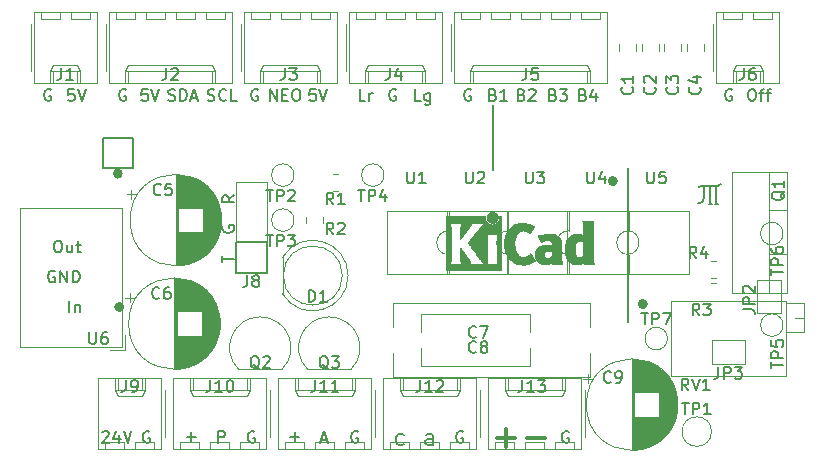
<source format=gbr>
%TF.GenerationSoftware,KiCad,Pcbnew,(6.0.9)*%
%TF.CreationDate,2023-02-09T17:36:23+01:00*%
%TF.ProjectId,piTelex_TW39_2.1.0,70695465-6c65-4785-9f54-5733395f322e,V2.1.0 -JK-*%
%TF.SameCoordinates,Original*%
%TF.FileFunction,Legend,Top*%
%TF.FilePolarity,Positive*%
%FSLAX46Y46*%
G04 Gerber Fmt 4.6, Leading zero omitted, Abs format (unit mm)*
G04 Created by KiCad (PCBNEW (6.0.9)) date 2023-02-09 17:36:23*
%MOMM*%
%LPD*%
G01*
G04 APERTURE LIST*
%ADD10C,0.150000*%
%ADD11C,0.300000*%
%ADD12C,0.200000*%
%ADD13C,0.434210*%
%ADD14C,0.010000*%
%ADD15C,0.120000*%
G04 APERTURE END LIST*
D10*
X118343000Y-112375000D02*
X121003000Y-112375000D01*
X121003000Y-112375000D02*
X121003000Y-114975000D01*
X121003000Y-114975000D02*
X118343000Y-114975000D01*
X118343000Y-114975000D02*
X118343000Y-112375000D01*
X158916000Y-109088000D02*
X159170000Y-109088000D01*
X158408000Y-109088000D02*
X158662000Y-109088000D01*
X159170000Y-107564000D02*
G75*
G03*
X159424000Y-107437000I5029J307442D01*
G01*
X157900000Y-107564000D02*
G75*
G03*
X157519000Y-107691000I-9903J-605291D01*
G01*
X159043000Y-107564000D02*
X159043000Y-109088000D01*
X158535000Y-107564000D02*
X158535000Y-109088000D01*
X157900000Y-107564000D02*
X159170000Y-107564000D01*
X158027000Y-108580000D02*
X158027000Y-107564000D01*
X157519000Y-109088000D02*
G75*
G03*
X158027000Y-108580000I0J508000D01*
G01*
X103218666Y-112223380D02*
X103409142Y-112223380D01*
X103504380Y-112271000D01*
X103599619Y-112366238D01*
X103647238Y-112556714D01*
X103647238Y-112890047D01*
X103599619Y-113080523D01*
X103504380Y-113175761D01*
X103409142Y-113223380D01*
X103218666Y-113223380D01*
X103123428Y-113175761D01*
X103028190Y-113080523D01*
X102980571Y-112890047D01*
X102980571Y-112556714D01*
X103028190Y-112366238D01*
X103123428Y-112271000D01*
X103218666Y-112223380D01*
X104504380Y-112556714D02*
X104504380Y-113223380D01*
X104075809Y-112556714D02*
X104075809Y-113080523D01*
X104123428Y-113175761D01*
X104218666Y-113223380D01*
X104361523Y-113223380D01*
X104456761Y-113175761D01*
X104504380Y-113128142D01*
X104837714Y-112556714D02*
X105218666Y-112556714D01*
X104980571Y-112223380D02*
X104980571Y-113080523D01*
X105028190Y-113175761D01*
X105123428Y-113223380D01*
X105218666Y-113223380D01*
X103036095Y-114811000D02*
X102940857Y-114763380D01*
X102798000Y-114763380D01*
X102655142Y-114811000D01*
X102559904Y-114906238D01*
X102512285Y-115001476D01*
X102464666Y-115191952D01*
X102464666Y-115334809D01*
X102512285Y-115525285D01*
X102559904Y-115620523D01*
X102655142Y-115715761D01*
X102798000Y-115763380D01*
X102893238Y-115763380D01*
X103036095Y-115715761D01*
X103083714Y-115668142D01*
X103083714Y-115334809D01*
X102893238Y-115334809D01*
X103512285Y-115763380D02*
X103512285Y-114763380D01*
X104083714Y-115763380D01*
X104083714Y-114763380D01*
X104559904Y-115763380D02*
X104559904Y-114763380D01*
X104798000Y-114763380D01*
X104940857Y-114811000D01*
X105036095Y-114906238D01*
X105083714Y-115001476D01*
X105131333Y-115191952D01*
X105131333Y-115334809D01*
X105083714Y-115525285D01*
X105036095Y-115620523D01*
X104940857Y-115715761D01*
X104798000Y-115763380D01*
X104559904Y-115763380D01*
X104234619Y-118303380D02*
X104234619Y-117303380D01*
X104710809Y-117636714D02*
X104710809Y-118303380D01*
X104710809Y-117731952D02*
X104758428Y-117684333D01*
X104853666Y-117636714D01*
X104996523Y-117636714D01*
X105091761Y-117684333D01*
X105139380Y-117779571D01*
X105139380Y-118303380D01*
X118220380Y-108397476D02*
X117744190Y-108730809D01*
X118220380Y-108968904D02*
X117220380Y-108968904D01*
X117220380Y-108587952D01*
X117268000Y-108492714D01*
X117315619Y-108445095D01*
X117410857Y-108397476D01*
X117553714Y-108397476D01*
X117648952Y-108445095D01*
X117696571Y-108492714D01*
X117744190Y-108587952D01*
X117744190Y-108968904D01*
X117220380Y-114072714D02*
X117220380Y-113501285D01*
X118220380Y-113787000D02*
X117220380Y-113787000D01*
X117268000Y-110985095D02*
X117220380Y-111080333D01*
X117220380Y-111223190D01*
X117268000Y-111366047D01*
X117363238Y-111461285D01*
X117458476Y-111508904D01*
X117648952Y-111556523D01*
X117791809Y-111556523D01*
X117982285Y-111508904D01*
X118077523Y-111461285D01*
X118172761Y-111366047D01*
X118220380Y-111223190D01*
X118220380Y-111127952D01*
X118172761Y-110985095D01*
X118125142Y-110937476D01*
X117791809Y-110937476D01*
X117791809Y-111127952D01*
X151550000Y-106040000D02*
X151550000Y-119121000D01*
X122975047Y-128844428D02*
X123736952Y-128844428D01*
X123356000Y-129225380D02*
X123356000Y-128463476D01*
X137587904Y-128400000D02*
X137492666Y-128352380D01*
X137349809Y-128352380D01*
X137206952Y-128400000D01*
X137111714Y-128495238D01*
X137064095Y-128590476D01*
X137016476Y-128780952D01*
X137016476Y-128923809D01*
X137064095Y-129114285D01*
X137111714Y-129209523D01*
X137206952Y-129304761D01*
X137349809Y-129352380D01*
X137445047Y-129352380D01*
X137587904Y-129304761D01*
X137635523Y-129257142D01*
X137635523Y-128923809D01*
X137445047Y-128923809D01*
X119934904Y-128400000D02*
X119839666Y-128352380D01*
X119696809Y-128352380D01*
X119553952Y-128400000D01*
X119458714Y-128495238D01*
X119411095Y-128590476D01*
X119363476Y-128780952D01*
X119363476Y-128923809D01*
X119411095Y-129114285D01*
X119458714Y-129209523D01*
X119553952Y-129304761D01*
X119696809Y-129352380D01*
X119792047Y-129352380D01*
X119934904Y-129304761D01*
X119982523Y-129257142D01*
X119982523Y-128923809D01*
X119792047Y-128923809D01*
X146533522Y-128400000D02*
X146438284Y-128352380D01*
X146295427Y-128352380D01*
X146152570Y-128400000D01*
X146057332Y-128495238D01*
X146009713Y-128590476D01*
X145962094Y-128780952D01*
X145962094Y-128923809D01*
X146009713Y-129114285D01*
X146057332Y-129209523D01*
X146152570Y-129304761D01*
X146295427Y-129352380D01*
X146390665Y-129352380D01*
X146533522Y-129304761D01*
X146581141Y-129257142D01*
X146581141Y-128923809D01*
X146390665Y-128923809D01*
X111044904Y-128400000D02*
X110949666Y-128352380D01*
X110806809Y-128352380D01*
X110663952Y-128400000D01*
X110568714Y-128495238D01*
X110521095Y-128590476D01*
X110473476Y-128780952D01*
X110473476Y-128923809D01*
X110521095Y-129114285D01*
X110568714Y-129209523D01*
X110663952Y-129304761D01*
X110806809Y-129352380D01*
X110902047Y-129352380D01*
X111044904Y-129304761D01*
X111092523Y-129257142D01*
X111092523Y-128923809D01*
X110902047Y-128923809D01*
X114212047Y-128844428D02*
X114973952Y-128844428D01*
X114593000Y-129225380D02*
X114593000Y-128463476D01*
X116871095Y-129352380D02*
X116871095Y-128352380D01*
X117252047Y-128352380D01*
X117347285Y-128400000D01*
X117394904Y-128447619D01*
X117442523Y-128542857D01*
X117442523Y-128685714D01*
X117394904Y-128780952D01*
X117347285Y-128828571D01*
X117252047Y-128876190D01*
X116871095Y-128876190D01*
X107052523Y-128447619D02*
X107100142Y-128400000D01*
X107195380Y-128352380D01*
X107433476Y-128352380D01*
X107528714Y-128400000D01*
X107576333Y-128447619D01*
X107623952Y-128542857D01*
X107623952Y-128638095D01*
X107576333Y-128780952D01*
X107004904Y-129352380D01*
X107623952Y-129352380D01*
X108481095Y-128685714D02*
X108481095Y-129352380D01*
X108243000Y-128304761D02*
X108004904Y-129019047D01*
X108623952Y-129019047D01*
X108862047Y-128352380D02*
X109195380Y-129352380D01*
X109528714Y-128352380D01*
D11*
X143041095Y-128915857D02*
X144564904Y-128915857D01*
D12*
X135086000Y-129533333D02*
X135086000Y-128800000D01*
X135019333Y-128666666D01*
X134886000Y-128600000D01*
X134619333Y-128600000D01*
X134486000Y-128666666D01*
X135086000Y-129466666D02*
X134952666Y-129533333D01*
X134619333Y-129533333D01*
X134486000Y-129466666D01*
X134419333Y-129333333D01*
X134419333Y-129200000D01*
X134486000Y-129066666D01*
X134619333Y-129000000D01*
X134952666Y-129000000D01*
X135086000Y-128933333D01*
X132579333Y-129466666D02*
X132446000Y-129533333D01*
X132179333Y-129533333D01*
X132046000Y-129466666D01*
X131979333Y-129400000D01*
X131912666Y-129266666D01*
X131912666Y-128866666D01*
X131979333Y-128733333D01*
X132046000Y-128666666D01*
X132179333Y-128600000D01*
X132446000Y-128600000D01*
X132579333Y-128666666D01*
D11*
X140501095Y-128915857D02*
X142024904Y-128915857D01*
X141263000Y-129677761D02*
X141263000Y-128153952D01*
D10*
X128697904Y-128400000D02*
X128602666Y-128352380D01*
X128459809Y-128352380D01*
X128316952Y-128400000D01*
X128221714Y-128495238D01*
X128174095Y-128590476D01*
X128126476Y-128780952D01*
X128126476Y-128923809D01*
X128174095Y-129114285D01*
X128221714Y-129209523D01*
X128316952Y-129304761D01*
X128459809Y-129352380D01*
X128555047Y-129352380D01*
X128697904Y-129304761D01*
X128745523Y-129257142D01*
X128745523Y-128923809D01*
X128555047Y-128923809D01*
X125618904Y-129066666D02*
X126095095Y-129066666D01*
X125523666Y-129352380D02*
X125857000Y-128352380D01*
X126190333Y-129352380D01*
D13*
X108714105Y-117851000D02*
G75*
G03*
X108714105Y-117851000I-217105J0D01*
G01*
X108587105Y-106548000D02*
G75*
G03*
X108587105Y-106548000I-217105J0D01*
G01*
X150497105Y-107183000D02*
G75*
G03*
X150497105Y-107183000I-217105J0D01*
G01*
X153037105Y-117597000D02*
G75*
G03*
X153037105Y-117597000I-217105J0D01*
G01*
D10*
X120228666Y-99444000D02*
X120133428Y-99396380D01*
X119990571Y-99396380D01*
X119847714Y-99444000D01*
X119752476Y-99539238D01*
X119704857Y-99634476D01*
X119657238Y-99824952D01*
X119657238Y-99967809D01*
X119704857Y-100158285D01*
X119752476Y-100253523D01*
X119847714Y-100348761D01*
X119990571Y-100396380D01*
X120085809Y-100396380D01*
X120228666Y-100348761D01*
X120276285Y-100301142D01*
X120276285Y-99967809D01*
X120085809Y-99967809D01*
X138262666Y-99444000D02*
X138167428Y-99396380D01*
X138024571Y-99396380D01*
X137881714Y-99444000D01*
X137786476Y-99539238D01*
X137738857Y-99634476D01*
X137691238Y-99824952D01*
X137691238Y-99967809D01*
X137738857Y-100158285D01*
X137786476Y-100253523D01*
X137881714Y-100348761D01*
X138024571Y-100396380D01*
X138119809Y-100396380D01*
X138262666Y-100348761D01*
X138310285Y-100301142D01*
X138310285Y-99967809D01*
X138119809Y-99967809D01*
X102702666Y-99444000D02*
X102607428Y-99396380D01*
X102464571Y-99396380D01*
X102321714Y-99444000D01*
X102226476Y-99539238D01*
X102178857Y-99634476D01*
X102131238Y-99824952D01*
X102131238Y-99967809D01*
X102178857Y-100158285D01*
X102226476Y-100253523D01*
X102321714Y-100348761D01*
X102464571Y-100396380D01*
X102559809Y-100396380D01*
X102702666Y-100348761D01*
X102750285Y-100301142D01*
X102750285Y-99967809D01*
X102559809Y-99967809D01*
X110886285Y-99396380D02*
X110410095Y-99396380D01*
X110362476Y-99872571D01*
X110410095Y-99824952D01*
X110505333Y-99777333D01*
X110743428Y-99777333D01*
X110838666Y-99824952D01*
X110886285Y-99872571D01*
X110933904Y-99967809D01*
X110933904Y-100205904D01*
X110886285Y-100301142D01*
X110838666Y-100348761D01*
X110743428Y-100396380D01*
X110505333Y-100396380D01*
X110410095Y-100348761D01*
X110362476Y-100301142D01*
X111219619Y-99396380D02*
X111552952Y-100396380D01*
X111886285Y-99396380D01*
X131912666Y-99444000D02*
X131817428Y-99396380D01*
X131674571Y-99396380D01*
X131531714Y-99444000D01*
X131436476Y-99539238D01*
X131388857Y-99634476D01*
X131341238Y-99824952D01*
X131341238Y-99967809D01*
X131388857Y-100158285D01*
X131436476Y-100253523D01*
X131531714Y-100348761D01*
X131674571Y-100396380D01*
X131769809Y-100396380D01*
X131912666Y-100348761D01*
X131960285Y-100301142D01*
X131960285Y-99967809D01*
X131769809Y-99967809D01*
X109052666Y-99444000D02*
X108957428Y-99396380D01*
X108814571Y-99396380D01*
X108671714Y-99444000D01*
X108576476Y-99539238D01*
X108528857Y-99634476D01*
X108481238Y-99824952D01*
X108481238Y-99967809D01*
X108528857Y-100158285D01*
X108576476Y-100253523D01*
X108671714Y-100348761D01*
X108814571Y-100396380D01*
X108909809Y-100396380D01*
X109052666Y-100348761D01*
X109100285Y-100301142D01*
X109100285Y-99967809D01*
X108909809Y-99967809D01*
X125110285Y-99396380D02*
X124634095Y-99396380D01*
X124586476Y-99872571D01*
X124634095Y-99824952D01*
X124729333Y-99777333D01*
X124967428Y-99777333D01*
X125062666Y-99824952D01*
X125110285Y-99872571D01*
X125157904Y-99967809D01*
X125157904Y-100205904D01*
X125110285Y-100301142D01*
X125062666Y-100348761D01*
X124967428Y-100396380D01*
X124729333Y-100396380D01*
X124634095Y-100348761D01*
X124586476Y-100301142D01*
X125443619Y-99396380D02*
X125776952Y-100396380D01*
X126110285Y-99396380D01*
X145216000Y-99872571D02*
X145358857Y-99920190D01*
X145406476Y-99967809D01*
X145454095Y-100063047D01*
X145454095Y-100205904D01*
X145406476Y-100301142D01*
X145358857Y-100348761D01*
X145263619Y-100396380D01*
X144882666Y-100396380D01*
X144882666Y-99396380D01*
X145216000Y-99396380D01*
X145311238Y-99444000D01*
X145358857Y-99491619D01*
X145406476Y-99586857D01*
X145406476Y-99682095D01*
X145358857Y-99777333D01*
X145311238Y-99824952D01*
X145216000Y-99872571D01*
X144882666Y-99872571D01*
X145787428Y-99396380D02*
X146406476Y-99396380D01*
X146073142Y-99777333D01*
X146216000Y-99777333D01*
X146311238Y-99824952D01*
X146358857Y-99872571D01*
X146406476Y-99967809D01*
X146406476Y-100205904D01*
X146358857Y-100301142D01*
X146311238Y-100348761D01*
X146216000Y-100396380D01*
X145930285Y-100396380D01*
X145835047Y-100348761D01*
X145787428Y-100301142D01*
X121244857Y-100396380D02*
X121244857Y-99396380D01*
X121816285Y-100396380D01*
X121816285Y-99396380D01*
X122292476Y-99872571D02*
X122625809Y-99872571D01*
X122768666Y-100396380D02*
X122292476Y-100396380D01*
X122292476Y-99396380D01*
X122768666Y-99396380D01*
X123387714Y-99396380D02*
X123578190Y-99396380D01*
X123673428Y-99444000D01*
X123768666Y-99539238D01*
X123816285Y-99729714D01*
X123816285Y-100063047D01*
X123768666Y-100253523D01*
X123673428Y-100348761D01*
X123578190Y-100396380D01*
X123387714Y-100396380D01*
X123292476Y-100348761D01*
X123197238Y-100253523D01*
X123149619Y-100063047D01*
X123149619Y-99729714D01*
X123197238Y-99539238D01*
X123292476Y-99444000D01*
X123387714Y-99396380D01*
X161972095Y-99396380D02*
X162162571Y-99396380D01*
X162257809Y-99444000D01*
X162353047Y-99539238D01*
X162400666Y-99729714D01*
X162400666Y-100063047D01*
X162353047Y-100253523D01*
X162257809Y-100348761D01*
X162162571Y-100396380D01*
X161972095Y-100396380D01*
X161876857Y-100348761D01*
X161781619Y-100253523D01*
X161734000Y-100063047D01*
X161734000Y-99729714D01*
X161781619Y-99539238D01*
X161876857Y-99444000D01*
X161972095Y-99396380D01*
X162686381Y-99729714D02*
X163067333Y-99729714D01*
X162829238Y-100396380D02*
X162829238Y-99539238D01*
X162876857Y-99444000D01*
X162972095Y-99396380D01*
X163067333Y-99396380D01*
X163257809Y-99729714D02*
X163638762Y-99729714D01*
X163400666Y-100396380D02*
X163400666Y-99539238D01*
X163448285Y-99444000D01*
X163543523Y-99396380D01*
X163638762Y-99396380D01*
X134047904Y-100396380D02*
X133571714Y-100396380D01*
X133571714Y-99396380D01*
X134809809Y-99729714D02*
X134809809Y-100539238D01*
X134762190Y-100634476D01*
X134714571Y-100682095D01*
X134619333Y-100729714D01*
X134476476Y-100729714D01*
X134381238Y-100682095D01*
X134809809Y-100348761D02*
X134714571Y-100396380D01*
X134524095Y-100396380D01*
X134428857Y-100348761D01*
X134381238Y-100301142D01*
X134333619Y-100205904D01*
X134333619Y-99920190D01*
X134381238Y-99824952D01*
X134428857Y-99777333D01*
X134524095Y-99729714D01*
X134714571Y-99729714D01*
X134809809Y-99777333D01*
X147756000Y-99872571D02*
X147898857Y-99920190D01*
X147946476Y-99967809D01*
X147994095Y-100063047D01*
X147994095Y-100205904D01*
X147946476Y-100301142D01*
X147898857Y-100348761D01*
X147803619Y-100396380D01*
X147422666Y-100396380D01*
X147422666Y-99396380D01*
X147756000Y-99396380D01*
X147851238Y-99444000D01*
X147898857Y-99491619D01*
X147946476Y-99586857D01*
X147946476Y-99682095D01*
X147898857Y-99777333D01*
X147851238Y-99824952D01*
X147756000Y-99872571D01*
X147422666Y-99872571D01*
X148851238Y-99729714D02*
X148851238Y-100396380D01*
X148613142Y-99348761D02*
X148375047Y-100063047D01*
X148994095Y-100063047D01*
X112656476Y-100348761D02*
X112799333Y-100396380D01*
X113037428Y-100396380D01*
X113132666Y-100348761D01*
X113180285Y-100301142D01*
X113227904Y-100205904D01*
X113227904Y-100110666D01*
X113180285Y-100015428D01*
X113132666Y-99967809D01*
X113037428Y-99920190D01*
X112846952Y-99872571D01*
X112751714Y-99824952D01*
X112704095Y-99777333D01*
X112656476Y-99682095D01*
X112656476Y-99586857D01*
X112704095Y-99491619D01*
X112751714Y-99444000D01*
X112846952Y-99396380D01*
X113085047Y-99396380D01*
X113227904Y-99444000D01*
X113656476Y-100396380D02*
X113656476Y-99396380D01*
X113894571Y-99396380D01*
X114037428Y-99444000D01*
X114132666Y-99539238D01*
X114180285Y-99634476D01*
X114227904Y-99824952D01*
X114227904Y-99967809D01*
X114180285Y-100158285D01*
X114132666Y-100253523D01*
X114037428Y-100348761D01*
X113894571Y-100396380D01*
X113656476Y-100396380D01*
X114608857Y-100110666D02*
X115085047Y-100110666D01*
X114513619Y-100396380D02*
X114846952Y-99396380D01*
X115180285Y-100396380D01*
X140136000Y-99872571D02*
X140278857Y-99920190D01*
X140326476Y-99967809D01*
X140374095Y-100063047D01*
X140374095Y-100205904D01*
X140326476Y-100301142D01*
X140278857Y-100348761D01*
X140183619Y-100396380D01*
X139802666Y-100396380D01*
X139802666Y-99396380D01*
X140136000Y-99396380D01*
X140231238Y-99444000D01*
X140278857Y-99491619D01*
X140326476Y-99586857D01*
X140326476Y-99682095D01*
X140278857Y-99777333D01*
X140231238Y-99824952D01*
X140136000Y-99872571D01*
X139802666Y-99872571D01*
X141326476Y-100396380D02*
X140755047Y-100396380D01*
X141040762Y-100396380D02*
X141040762Y-99396380D01*
X140945523Y-99539238D01*
X140850285Y-99634476D01*
X140755047Y-99682095D01*
X142549000Y-99872571D02*
X142691857Y-99920190D01*
X142739476Y-99967809D01*
X142787095Y-100063047D01*
X142787095Y-100205904D01*
X142739476Y-100301142D01*
X142691857Y-100348761D01*
X142596619Y-100396380D01*
X142215666Y-100396380D01*
X142215666Y-99396380D01*
X142549000Y-99396380D01*
X142644238Y-99444000D01*
X142691857Y-99491619D01*
X142739476Y-99586857D01*
X142739476Y-99682095D01*
X142691857Y-99777333D01*
X142644238Y-99824952D01*
X142549000Y-99872571D01*
X142215666Y-99872571D01*
X143168047Y-99491619D02*
X143215666Y-99444000D01*
X143310904Y-99396380D01*
X143549000Y-99396380D01*
X143644238Y-99444000D01*
X143691857Y-99491619D01*
X143739476Y-99586857D01*
X143739476Y-99682095D01*
X143691857Y-99824952D01*
X143120428Y-100396380D01*
X143739476Y-100396380D01*
X129325000Y-100396380D02*
X128848809Y-100396380D01*
X128848809Y-99396380D01*
X129658333Y-100396380D02*
X129658333Y-99729714D01*
X129658333Y-99920190D02*
X129705952Y-99824952D01*
X129753571Y-99777333D01*
X129848809Y-99729714D01*
X129944047Y-99729714D01*
X104663285Y-99396380D02*
X104187095Y-99396380D01*
X104139476Y-99872571D01*
X104187095Y-99824952D01*
X104282333Y-99777333D01*
X104520428Y-99777333D01*
X104615666Y-99824952D01*
X104663285Y-99872571D01*
X104710904Y-99967809D01*
X104710904Y-100205904D01*
X104663285Y-100301142D01*
X104615666Y-100348761D01*
X104520428Y-100396380D01*
X104282333Y-100396380D01*
X104187095Y-100348761D01*
X104139476Y-100301142D01*
X104996619Y-99396380D02*
X105329952Y-100396380D01*
X105663285Y-99396380D01*
X115982285Y-100348761D02*
X116125142Y-100396380D01*
X116363238Y-100396380D01*
X116458476Y-100348761D01*
X116506095Y-100301142D01*
X116553714Y-100205904D01*
X116553714Y-100110666D01*
X116506095Y-100015428D01*
X116458476Y-99967809D01*
X116363238Y-99920190D01*
X116172762Y-99872571D01*
X116077523Y-99824952D01*
X116029904Y-99777333D01*
X115982285Y-99682095D01*
X115982285Y-99586857D01*
X116029904Y-99491619D01*
X116077523Y-99444000D01*
X116172762Y-99396380D01*
X116410857Y-99396380D01*
X116553714Y-99444000D01*
X117553714Y-100301142D02*
X117506095Y-100348761D01*
X117363238Y-100396380D01*
X117268000Y-100396380D01*
X117125142Y-100348761D01*
X117029904Y-100253523D01*
X116982285Y-100158285D01*
X116934666Y-99967809D01*
X116934666Y-99824952D01*
X116982285Y-99634476D01*
X117029904Y-99539238D01*
X117125142Y-99444000D01*
X117268000Y-99396380D01*
X117363238Y-99396380D01*
X117506095Y-99444000D01*
X117553714Y-99491619D01*
X118458476Y-100396380D02*
X117982285Y-100396380D01*
X117982285Y-99396380D01*
X160360666Y-99444000D02*
X160265428Y-99396380D01*
X160122571Y-99396380D01*
X159979714Y-99444000D01*
X159884476Y-99539238D01*
X159836857Y-99634476D01*
X159789238Y-99824952D01*
X159789238Y-99967809D01*
X159836857Y-100158285D01*
X159884476Y-100253523D01*
X159979714Y-100348761D01*
X160122571Y-100396380D01*
X160217809Y-100396380D01*
X160360666Y-100348761D01*
X160408285Y-100301142D01*
X160408285Y-99967809D01*
X160217809Y-99967809D01*
X107100000Y-103500000D02*
X109640000Y-103500000D01*
X109640000Y-103500000D02*
X109640000Y-106040000D01*
X109640000Y-106040000D02*
X107100000Y-106040000D01*
X107100000Y-106040000D02*
X107100000Y-103500000D01*
X140157200Y-100736400D02*
X140157200Y-106273600D01*
%TO.C,JP3*%
X159225666Y-122913380D02*
X159225666Y-123627666D01*
X159178047Y-123770523D01*
X159082809Y-123865761D01*
X158939952Y-123913380D01*
X158844714Y-123913380D01*
X159701857Y-123913380D02*
X159701857Y-122913380D01*
X160082809Y-122913380D01*
X160178047Y-122961000D01*
X160225666Y-123008619D01*
X160273285Y-123103857D01*
X160273285Y-123246714D01*
X160225666Y-123341952D01*
X160178047Y-123389571D01*
X160082809Y-123437190D01*
X159701857Y-123437190D01*
X160606619Y-122913380D02*
X161225666Y-122913380D01*
X160892333Y-123294333D01*
X161035190Y-123294333D01*
X161130428Y-123341952D01*
X161178047Y-123389571D01*
X161225666Y-123484809D01*
X161225666Y-123722904D01*
X161178047Y-123818142D01*
X161130428Y-123865761D01*
X161035190Y-123913380D01*
X160749476Y-123913380D01*
X160654238Y-123865761D01*
X160606619Y-123818142D01*
%TO.C,TP7*%
X152701095Y-118322380D02*
X153272523Y-118322380D01*
X152986809Y-119322380D02*
X152986809Y-118322380D01*
X153605857Y-119322380D02*
X153605857Y-118322380D01*
X153986809Y-118322380D01*
X154082047Y-118370000D01*
X154129666Y-118417619D01*
X154177285Y-118512857D01*
X154177285Y-118655714D01*
X154129666Y-118750952D01*
X154082047Y-118798571D01*
X153986809Y-118846190D01*
X153605857Y-118846190D01*
X154510619Y-118322380D02*
X155177285Y-118322380D01*
X154748714Y-119322380D01*
%TO.C,TP6*%
X163702380Y-115175904D02*
X163702380Y-114604476D01*
X164702380Y-114890190D02*
X163702380Y-114890190D01*
X164702380Y-114271142D02*
X163702380Y-114271142D01*
X163702380Y-113890190D01*
X163750000Y-113794952D01*
X163797619Y-113747333D01*
X163892857Y-113699714D01*
X164035714Y-113699714D01*
X164130952Y-113747333D01*
X164178571Y-113794952D01*
X164226190Y-113890190D01*
X164226190Y-114271142D01*
X163702380Y-112842571D02*
X163702380Y-113033047D01*
X163750000Y-113128285D01*
X163797619Y-113175904D01*
X163940476Y-113271142D01*
X164130952Y-113318761D01*
X164511904Y-113318761D01*
X164607142Y-113271142D01*
X164654761Y-113223523D01*
X164702380Y-113128285D01*
X164702380Y-112937809D01*
X164654761Y-112842571D01*
X164607142Y-112794952D01*
X164511904Y-112747333D01*
X164273809Y-112747333D01*
X164178571Y-112794952D01*
X164130952Y-112842571D01*
X164083333Y-112937809D01*
X164083333Y-113128285D01*
X164130952Y-113223523D01*
X164178571Y-113271142D01*
X164273809Y-113318761D01*
%TO.C,TP5*%
X163702380Y-123049904D02*
X163702380Y-122478476D01*
X164702380Y-122764190D02*
X163702380Y-122764190D01*
X164702380Y-122145142D02*
X163702380Y-122145142D01*
X163702380Y-121764190D01*
X163750000Y-121668952D01*
X163797619Y-121621333D01*
X163892857Y-121573714D01*
X164035714Y-121573714D01*
X164130952Y-121621333D01*
X164178571Y-121668952D01*
X164226190Y-121764190D01*
X164226190Y-122145142D01*
X163702380Y-120668952D02*
X163702380Y-121145142D01*
X164178571Y-121192761D01*
X164130952Y-121145142D01*
X164083333Y-121049904D01*
X164083333Y-120811809D01*
X164130952Y-120716571D01*
X164178571Y-120668952D01*
X164273809Y-120621333D01*
X164511904Y-120621333D01*
X164607142Y-120668952D01*
X164654761Y-120716571D01*
X164702380Y-120811809D01*
X164702380Y-121049904D01*
X164654761Y-121145142D01*
X164607142Y-121192761D01*
%TO.C,TP4*%
X128698095Y-107905380D02*
X129269523Y-107905380D01*
X128983809Y-108905380D02*
X128983809Y-107905380D01*
X129602857Y-108905380D02*
X129602857Y-107905380D01*
X129983809Y-107905380D01*
X130079047Y-107953000D01*
X130126666Y-108000619D01*
X130174285Y-108095857D01*
X130174285Y-108238714D01*
X130126666Y-108333952D01*
X130079047Y-108381571D01*
X129983809Y-108429190D01*
X129602857Y-108429190D01*
X131031428Y-108238714D02*
X131031428Y-108905380D01*
X130793333Y-107857761D02*
X130555238Y-108572047D01*
X131174285Y-108572047D01*
%TO.C,TP3*%
X120951095Y-111715380D02*
X121522523Y-111715380D01*
X121236809Y-112715380D02*
X121236809Y-111715380D01*
X121855857Y-112715380D02*
X121855857Y-111715380D01*
X122236809Y-111715380D01*
X122332047Y-111763000D01*
X122379666Y-111810619D01*
X122427285Y-111905857D01*
X122427285Y-112048714D01*
X122379666Y-112143952D01*
X122332047Y-112191571D01*
X122236809Y-112239190D01*
X121855857Y-112239190D01*
X122760619Y-111715380D02*
X123379666Y-111715380D01*
X123046333Y-112096333D01*
X123189190Y-112096333D01*
X123284428Y-112143952D01*
X123332047Y-112191571D01*
X123379666Y-112286809D01*
X123379666Y-112524904D01*
X123332047Y-112620142D01*
X123284428Y-112667761D01*
X123189190Y-112715380D01*
X122903476Y-112715380D01*
X122808238Y-112667761D01*
X122760619Y-112620142D01*
%TO.C,TP2*%
X120951095Y-107905380D02*
X121522523Y-107905380D01*
X121236809Y-108905380D02*
X121236809Y-107905380D01*
X121855857Y-108905380D02*
X121855857Y-107905380D01*
X122236809Y-107905380D01*
X122332047Y-107953000D01*
X122379666Y-108000619D01*
X122427285Y-108095857D01*
X122427285Y-108238714D01*
X122379666Y-108333952D01*
X122332047Y-108381571D01*
X122236809Y-108429190D01*
X121855857Y-108429190D01*
X122808238Y-108000619D02*
X122855857Y-107953000D01*
X122951095Y-107905380D01*
X123189190Y-107905380D01*
X123284428Y-107953000D01*
X123332047Y-108000619D01*
X123379666Y-108095857D01*
X123379666Y-108191095D01*
X123332047Y-108333952D01*
X122760619Y-108905380D01*
X123379666Y-108905380D01*
%TO.C,JP2*%
X161289380Y-118049333D02*
X162003666Y-118049333D01*
X162146523Y-118096952D01*
X162241761Y-118192190D01*
X162289380Y-118335047D01*
X162289380Y-118430285D01*
X162289380Y-117573142D02*
X161289380Y-117573142D01*
X161289380Y-117192190D01*
X161337000Y-117096952D01*
X161384619Y-117049333D01*
X161479857Y-117001714D01*
X161622714Y-117001714D01*
X161717952Y-117049333D01*
X161765571Y-117096952D01*
X161813190Y-117192190D01*
X161813190Y-117573142D01*
X161384619Y-116620761D02*
X161337000Y-116573142D01*
X161289380Y-116477904D01*
X161289380Y-116239809D01*
X161337000Y-116144571D01*
X161384619Y-116096952D01*
X161479857Y-116049333D01*
X161575095Y-116049333D01*
X161717952Y-116096952D01*
X162289380Y-116668380D01*
X162289380Y-116049333D01*
%TO.C,TP1*%
X156130095Y-125939380D02*
X156701523Y-125939380D01*
X156415809Y-126939380D02*
X156415809Y-125939380D01*
X157034857Y-126939380D02*
X157034857Y-125939380D01*
X157415809Y-125939380D01*
X157511047Y-125987000D01*
X157558666Y-126034619D01*
X157606285Y-126129857D01*
X157606285Y-126272714D01*
X157558666Y-126367952D01*
X157511047Y-126415571D01*
X157415809Y-126463190D01*
X157034857Y-126463190D01*
X158558666Y-126939380D02*
X157987238Y-126939380D01*
X158272952Y-126939380D02*
X158272952Y-125939380D01*
X158177714Y-126082238D01*
X158082476Y-126177476D01*
X157987238Y-126225095D01*
%TO.C,R2*%
X126618333Y-111699380D02*
X126285000Y-111223190D01*
X126046904Y-111699380D02*
X126046904Y-110699380D01*
X126427857Y-110699380D01*
X126523095Y-110747000D01*
X126570714Y-110794619D01*
X126618333Y-110889857D01*
X126618333Y-111032714D01*
X126570714Y-111127952D01*
X126523095Y-111175571D01*
X126427857Y-111223190D01*
X126046904Y-111223190D01*
X126999285Y-110794619D02*
X127046904Y-110747000D01*
X127142142Y-110699380D01*
X127380238Y-110699380D01*
X127475476Y-110747000D01*
X127523095Y-110794619D01*
X127570714Y-110889857D01*
X127570714Y-110985095D01*
X127523095Y-111127952D01*
X126951666Y-111699380D01*
X127570714Y-111699380D01*
%TO.C,D1*%
X124522904Y-117414380D02*
X124522904Y-116414380D01*
X124761000Y-116414380D01*
X124903857Y-116462000D01*
X124999095Y-116557238D01*
X125046714Y-116652476D01*
X125094333Y-116842952D01*
X125094333Y-116985809D01*
X125046714Y-117176285D01*
X124999095Y-117271523D01*
X124903857Y-117366761D01*
X124761000Y-117414380D01*
X124522904Y-117414380D01*
X126046714Y-117414380D02*
X125475285Y-117414380D01*
X125761000Y-117414380D02*
X125761000Y-116414380D01*
X125665761Y-116557238D01*
X125570523Y-116652476D01*
X125475285Y-116700095D01*
%TO.C,C5*%
X112013333Y-108302142D02*
X111965714Y-108349761D01*
X111822857Y-108397380D01*
X111727619Y-108397380D01*
X111584761Y-108349761D01*
X111489523Y-108254523D01*
X111441904Y-108159285D01*
X111394285Y-107968809D01*
X111394285Y-107825952D01*
X111441904Y-107635476D01*
X111489523Y-107540238D01*
X111584761Y-107445000D01*
X111727619Y-107397380D01*
X111822857Y-107397380D01*
X111965714Y-107445000D01*
X112013333Y-107492619D01*
X112918095Y-107397380D02*
X112441904Y-107397380D01*
X112394285Y-107873571D01*
X112441904Y-107825952D01*
X112537142Y-107778333D01*
X112775238Y-107778333D01*
X112870476Y-107825952D01*
X112918095Y-107873571D01*
X112965714Y-107968809D01*
X112965714Y-108206904D01*
X112918095Y-108302142D01*
X112870476Y-108349761D01*
X112775238Y-108397380D01*
X112537142Y-108397380D01*
X112441904Y-108349761D01*
X112394285Y-108302142D01*
%TO.C,C6*%
X111886333Y-117065142D02*
X111838714Y-117112761D01*
X111695857Y-117160380D01*
X111600619Y-117160380D01*
X111457761Y-117112761D01*
X111362523Y-117017523D01*
X111314904Y-116922285D01*
X111267285Y-116731809D01*
X111267285Y-116588952D01*
X111314904Y-116398476D01*
X111362523Y-116303238D01*
X111457761Y-116208000D01*
X111600619Y-116160380D01*
X111695857Y-116160380D01*
X111838714Y-116208000D01*
X111886333Y-116255619D01*
X112743476Y-116160380D02*
X112553000Y-116160380D01*
X112457761Y-116208000D01*
X112410142Y-116255619D01*
X112314904Y-116398476D01*
X112267285Y-116588952D01*
X112267285Y-116969904D01*
X112314904Y-117065142D01*
X112362523Y-117112761D01*
X112457761Y-117160380D01*
X112648238Y-117160380D01*
X112743476Y-117112761D01*
X112791095Y-117065142D01*
X112838714Y-116969904D01*
X112838714Y-116731809D01*
X112791095Y-116636571D01*
X112743476Y-116588952D01*
X112648238Y-116541333D01*
X112457761Y-116541333D01*
X112362523Y-116588952D01*
X112314904Y-116636571D01*
X112267285Y-116731809D01*
%TO.C,C9*%
X150113333Y-124177142D02*
X150065714Y-124224761D01*
X149922857Y-124272380D01*
X149827619Y-124272380D01*
X149684761Y-124224761D01*
X149589523Y-124129523D01*
X149541904Y-124034285D01*
X149494285Y-123843809D01*
X149494285Y-123700952D01*
X149541904Y-123510476D01*
X149589523Y-123415238D01*
X149684761Y-123320000D01*
X149827619Y-123272380D01*
X149922857Y-123272380D01*
X150065714Y-123320000D01*
X150113333Y-123367619D01*
X150589523Y-124272380D02*
X150780000Y-124272380D01*
X150875238Y-124224761D01*
X150922857Y-124177142D01*
X151018095Y-124034285D01*
X151065714Y-123843809D01*
X151065714Y-123462857D01*
X151018095Y-123367619D01*
X150970476Y-123320000D01*
X150875238Y-123272380D01*
X150684761Y-123272380D01*
X150589523Y-123320000D01*
X150541904Y-123367619D01*
X150494285Y-123462857D01*
X150494285Y-123700952D01*
X150541904Y-123796190D01*
X150589523Y-123843809D01*
X150684761Y-123891428D01*
X150875238Y-123891428D01*
X150970476Y-123843809D01*
X151018095Y-123796190D01*
X151065714Y-123700952D01*
%TO.C,R1*%
X126618333Y-109159380D02*
X126285000Y-108683190D01*
X126046904Y-109159380D02*
X126046904Y-108159380D01*
X126427857Y-108159380D01*
X126523095Y-108207000D01*
X126570714Y-108254619D01*
X126618333Y-108349857D01*
X126618333Y-108492714D01*
X126570714Y-108587952D01*
X126523095Y-108635571D01*
X126427857Y-108683190D01*
X126046904Y-108683190D01*
X127570714Y-109159380D02*
X126999285Y-109159380D01*
X127285000Y-109159380D02*
X127285000Y-108159380D01*
X127189761Y-108302238D01*
X127094523Y-108397476D01*
X126999285Y-108445095D01*
%TO.C,Q2*%
X120339761Y-123097619D02*
X120244523Y-123050000D01*
X120149285Y-122954761D01*
X120006428Y-122811904D01*
X119911190Y-122764285D01*
X119815952Y-122764285D01*
X119863571Y-123002380D02*
X119768333Y-122954761D01*
X119673095Y-122859523D01*
X119625476Y-122669047D01*
X119625476Y-122335714D01*
X119673095Y-122145238D01*
X119768333Y-122050000D01*
X119863571Y-122002380D01*
X120054047Y-122002380D01*
X120149285Y-122050000D01*
X120244523Y-122145238D01*
X120292142Y-122335714D01*
X120292142Y-122669047D01*
X120244523Y-122859523D01*
X120149285Y-122954761D01*
X120054047Y-123002380D01*
X119863571Y-123002380D01*
X120673095Y-122097619D02*
X120720714Y-122050000D01*
X120815952Y-122002380D01*
X121054047Y-122002380D01*
X121149285Y-122050000D01*
X121196904Y-122097619D01*
X121244523Y-122192857D01*
X121244523Y-122288095D01*
X121196904Y-122430952D01*
X120625476Y-123002380D01*
X121244523Y-123002380D01*
%TO.C,Q3*%
X126181761Y-123097619D02*
X126086523Y-123050000D01*
X125991285Y-122954761D01*
X125848428Y-122811904D01*
X125753190Y-122764285D01*
X125657952Y-122764285D01*
X125705571Y-123002380D02*
X125610333Y-122954761D01*
X125515095Y-122859523D01*
X125467476Y-122669047D01*
X125467476Y-122335714D01*
X125515095Y-122145238D01*
X125610333Y-122050000D01*
X125705571Y-122002380D01*
X125896047Y-122002380D01*
X125991285Y-122050000D01*
X126086523Y-122145238D01*
X126134142Y-122335714D01*
X126134142Y-122669047D01*
X126086523Y-122859523D01*
X125991285Y-122954761D01*
X125896047Y-123002380D01*
X125705571Y-123002380D01*
X126467476Y-122002380D02*
X127086523Y-122002380D01*
X126753190Y-122383333D01*
X126896047Y-122383333D01*
X126991285Y-122430952D01*
X127038904Y-122478571D01*
X127086523Y-122573809D01*
X127086523Y-122811904D01*
X127038904Y-122907142D01*
X126991285Y-122954761D01*
X126896047Y-123002380D01*
X126610333Y-123002380D01*
X126515095Y-122954761D01*
X126467476Y-122907142D01*
%TO.C,J10*%
X116196476Y-124034380D02*
X116196476Y-124748666D01*
X116148857Y-124891523D01*
X116053619Y-124986761D01*
X115910761Y-125034380D01*
X115815523Y-125034380D01*
X117196476Y-125034380D02*
X116625047Y-125034380D01*
X116910761Y-125034380D02*
X116910761Y-124034380D01*
X116815523Y-124177238D01*
X116720285Y-124272476D01*
X116625047Y-124320095D01*
X117815523Y-124034380D02*
X117910761Y-124034380D01*
X118006000Y-124082000D01*
X118053619Y-124129619D01*
X118101238Y-124224857D01*
X118148857Y-124415333D01*
X118148857Y-124653428D01*
X118101238Y-124843904D01*
X118053619Y-124939142D01*
X118006000Y-124986761D01*
X117910761Y-125034380D01*
X117815523Y-125034380D01*
X117720285Y-124986761D01*
X117672666Y-124939142D01*
X117625047Y-124843904D01*
X117577428Y-124653428D01*
X117577428Y-124415333D01*
X117625047Y-124224857D01*
X117672666Y-124129619D01*
X117720285Y-124082000D01*
X117815523Y-124034380D01*
%TO.C,J11*%
X125086476Y-124034380D02*
X125086476Y-124748666D01*
X125038857Y-124891523D01*
X124943619Y-124986761D01*
X124800761Y-125034380D01*
X124705523Y-125034380D01*
X126086476Y-125034380D02*
X125515047Y-125034380D01*
X125800761Y-125034380D02*
X125800761Y-124034380D01*
X125705523Y-124177238D01*
X125610285Y-124272476D01*
X125515047Y-124320095D01*
X127038857Y-125034380D02*
X126467428Y-125034380D01*
X126753142Y-125034380D02*
X126753142Y-124034380D01*
X126657904Y-124177238D01*
X126562666Y-124272476D01*
X126467428Y-124320095D01*
%TO.C,J12*%
X133976476Y-124034380D02*
X133976476Y-124748666D01*
X133928857Y-124891523D01*
X133833619Y-124986761D01*
X133690761Y-125034380D01*
X133595523Y-125034380D01*
X134976476Y-125034380D02*
X134405047Y-125034380D01*
X134690761Y-125034380D02*
X134690761Y-124034380D01*
X134595523Y-124177238D01*
X134500285Y-124272476D01*
X134405047Y-124320095D01*
X135357428Y-124129619D02*
X135405047Y-124082000D01*
X135500285Y-124034380D01*
X135738380Y-124034380D01*
X135833619Y-124082000D01*
X135881238Y-124129619D01*
X135928857Y-124224857D01*
X135928857Y-124320095D01*
X135881238Y-124462952D01*
X135309809Y-125034380D01*
X135928857Y-125034380D01*
%TO.C,J13*%
X142612476Y-124034380D02*
X142612476Y-124748666D01*
X142564857Y-124891523D01*
X142469619Y-124986761D01*
X142326761Y-125034380D01*
X142231523Y-125034380D01*
X143612476Y-125034380D02*
X143041047Y-125034380D01*
X143326761Y-125034380D02*
X143326761Y-124034380D01*
X143231523Y-124177238D01*
X143136285Y-124272476D01*
X143041047Y-124320095D01*
X143945809Y-124034380D02*
X144564857Y-124034380D01*
X144231523Y-124415333D01*
X144374380Y-124415333D01*
X144469619Y-124462952D01*
X144517238Y-124510571D01*
X144564857Y-124605809D01*
X144564857Y-124843904D01*
X144517238Y-124939142D01*
X144469619Y-124986761D01*
X144374380Y-125034380D01*
X144088666Y-125034380D01*
X143993428Y-124986761D01*
X143945809Y-124939142D01*
%TO.C,RV1*%
X156669761Y-124907380D02*
X156336428Y-124431190D01*
X156098333Y-124907380D02*
X156098333Y-123907380D01*
X156479285Y-123907380D01*
X156574523Y-123955000D01*
X156622142Y-124002619D01*
X156669761Y-124097857D01*
X156669761Y-124240714D01*
X156622142Y-124335952D01*
X156574523Y-124383571D01*
X156479285Y-124431190D01*
X156098333Y-124431190D01*
X156955476Y-123907380D02*
X157288809Y-124907380D01*
X157622142Y-123907380D01*
X158479285Y-124907380D02*
X157907857Y-124907380D01*
X158193571Y-124907380D02*
X158193571Y-123907380D01*
X158098333Y-124050238D01*
X158003095Y-124145476D01*
X157907857Y-124193095D01*
%TO.C,R4*%
X157352333Y-113731380D02*
X157019000Y-113255190D01*
X156780904Y-113731380D02*
X156780904Y-112731380D01*
X157161857Y-112731380D01*
X157257095Y-112779000D01*
X157304714Y-112826619D01*
X157352333Y-112921857D01*
X157352333Y-113064714D01*
X157304714Y-113159952D01*
X157257095Y-113207571D01*
X157161857Y-113255190D01*
X156780904Y-113255190D01*
X158209476Y-113064714D02*
X158209476Y-113731380D01*
X157971380Y-112683761D02*
X157733285Y-113398047D01*
X158352333Y-113398047D01*
%TO.C,R3*%
X157606333Y-118557380D02*
X157273000Y-118081190D01*
X157034904Y-118557380D02*
X157034904Y-117557380D01*
X157415857Y-117557380D01*
X157511095Y-117605000D01*
X157558714Y-117652619D01*
X157606333Y-117747857D01*
X157606333Y-117890714D01*
X157558714Y-117985952D01*
X157511095Y-118033571D01*
X157415857Y-118081190D01*
X157034904Y-118081190D01*
X157939666Y-117557380D02*
X158558714Y-117557380D01*
X158225380Y-117938333D01*
X158368238Y-117938333D01*
X158463476Y-117985952D01*
X158511095Y-118033571D01*
X158558714Y-118128809D01*
X158558714Y-118366904D01*
X158511095Y-118462142D01*
X158463476Y-118509761D01*
X158368238Y-118557380D01*
X158082523Y-118557380D01*
X157987285Y-118509761D01*
X157939666Y-118462142D01*
%TO.C,Q1*%
X164843619Y-108040238D02*
X164796000Y-108135476D01*
X164700761Y-108230714D01*
X164557904Y-108373571D01*
X164510285Y-108468809D01*
X164510285Y-108564047D01*
X164748380Y-108516428D02*
X164700761Y-108611666D01*
X164605523Y-108706904D01*
X164415047Y-108754523D01*
X164081714Y-108754523D01*
X163891238Y-108706904D01*
X163796000Y-108611666D01*
X163748380Y-108516428D01*
X163748380Y-108325952D01*
X163796000Y-108230714D01*
X163891238Y-108135476D01*
X164081714Y-108087857D01*
X164415047Y-108087857D01*
X164605523Y-108135476D01*
X164700761Y-108230714D01*
X164748380Y-108325952D01*
X164748380Y-108516428D01*
X164748380Y-107135476D02*
X164748380Y-107706904D01*
X164748380Y-107421190D02*
X163748380Y-107421190D01*
X163891238Y-107516428D01*
X163986476Y-107611666D01*
X164034095Y-107706904D01*
%TO.C,J2*%
X112481666Y-97618380D02*
X112481666Y-98332666D01*
X112434047Y-98475523D01*
X112338809Y-98570761D01*
X112195952Y-98618380D01*
X112100714Y-98618380D01*
X112910238Y-97713619D02*
X112957857Y-97666000D01*
X113053095Y-97618380D01*
X113291190Y-97618380D01*
X113386428Y-97666000D01*
X113434047Y-97713619D01*
X113481666Y-97808857D01*
X113481666Y-97904095D01*
X113434047Y-98046952D01*
X112862619Y-98618380D01*
X113481666Y-98618380D01*
%TO.C,U6*%
X105957095Y-119970380D02*
X105957095Y-120779904D01*
X106004714Y-120875142D01*
X106052333Y-120922761D01*
X106147571Y-120970380D01*
X106338047Y-120970380D01*
X106433285Y-120922761D01*
X106480904Y-120875142D01*
X106528523Y-120779904D01*
X106528523Y-119970380D01*
X107433285Y-119970380D02*
X107242809Y-119970380D01*
X107147571Y-120018000D01*
X107099952Y-120065619D01*
X107004714Y-120208476D01*
X106957095Y-120398952D01*
X106957095Y-120779904D01*
X107004714Y-120875142D01*
X107052333Y-120922761D01*
X107147571Y-120970380D01*
X107338047Y-120970380D01*
X107433285Y-120922761D01*
X107480904Y-120875142D01*
X107528523Y-120779904D01*
X107528523Y-120541809D01*
X107480904Y-120446571D01*
X107433285Y-120398952D01*
X107338047Y-120351333D01*
X107147571Y-120351333D01*
X107052333Y-120398952D01*
X107004714Y-120446571D01*
X106957095Y-120541809D01*
%TO.C,C8*%
X138710033Y-121637142D02*
X138662414Y-121684761D01*
X138519557Y-121732380D01*
X138424319Y-121732380D01*
X138281461Y-121684761D01*
X138186223Y-121589523D01*
X138138604Y-121494285D01*
X138090985Y-121303809D01*
X138090985Y-121160952D01*
X138138604Y-120970476D01*
X138186223Y-120875238D01*
X138281461Y-120780000D01*
X138424319Y-120732380D01*
X138519557Y-120732380D01*
X138662414Y-120780000D01*
X138710033Y-120827619D01*
X139281461Y-121160952D02*
X139186223Y-121113333D01*
X139138604Y-121065714D01*
X139090985Y-120970476D01*
X139090985Y-120922857D01*
X139138604Y-120827619D01*
X139186223Y-120780000D01*
X139281461Y-120732380D01*
X139471938Y-120732380D01*
X139567176Y-120780000D01*
X139614795Y-120827619D01*
X139662414Y-120922857D01*
X139662414Y-120970476D01*
X139614795Y-121065714D01*
X139567176Y-121113333D01*
X139471938Y-121160952D01*
X139281461Y-121160952D01*
X139186223Y-121208571D01*
X139138604Y-121256190D01*
X139090985Y-121351428D01*
X139090985Y-121541904D01*
X139138604Y-121637142D01*
X139186223Y-121684761D01*
X139281461Y-121732380D01*
X139471938Y-121732380D01*
X139567176Y-121684761D01*
X139614795Y-121637142D01*
X139662414Y-121541904D01*
X139662414Y-121351428D01*
X139614795Y-121256190D01*
X139567176Y-121208571D01*
X139471938Y-121160952D01*
%TO.C,C3*%
X155717142Y-99221666D02*
X155764761Y-99269285D01*
X155812380Y-99412142D01*
X155812380Y-99507380D01*
X155764761Y-99650238D01*
X155669523Y-99745476D01*
X155574285Y-99793095D01*
X155383809Y-99840714D01*
X155240952Y-99840714D01*
X155050476Y-99793095D01*
X154955238Y-99745476D01*
X154860000Y-99650238D01*
X154812380Y-99507380D01*
X154812380Y-99412142D01*
X154860000Y-99269285D01*
X154907619Y-99221666D01*
X154812380Y-98888333D02*
X154812380Y-98269285D01*
X155193333Y-98602619D01*
X155193333Y-98459761D01*
X155240952Y-98364523D01*
X155288571Y-98316904D01*
X155383809Y-98269285D01*
X155621904Y-98269285D01*
X155717142Y-98316904D01*
X155764761Y-98364523D01*
X155812380Y-98459761D01*
X155812380Y-98745476D01*
X155764761Y-98840714D01*
X155717142Y-98888333D01*
%TO.C,J9*%
X109052666Y-124034380D02*
X109052666Y-124748666D01*
X109005047Y-124891523D01*
X108909809Y-124986761D01*
X108766952Y-125034380D01*
X108671714Y-125034380D01*
X109576476Y-125034380D02*
X109766952Y-125034380D01*
X109862190Y-124986761D01*
X109909809Y-124939142D01*
X110005047Y-124796285D01*
X110052666Y-124605809D01*
X110052666Y-124224857D01*
X110005047Y-124129619D01*
X109957428Y-124082000D01*
X109862190Y-124034380D01*
X109671714Y-124034380D01*
X109576476Y-124082000D01*
X109528857Y-124129619D01*
X109481238Y-124224857D01*
X109481238Y-124462952D01*
X109528857Y-124558190D01*
X109576476Y-124605809D01*
X109671714Y-124653428D01*
X109862190Y-124653428D01*
X109957428Y-124605809D01*
X110005047Y-124558190D01*
X110052666Y-124462952D01*
%TO.C,J1*%
X103591666Y-97618380D02*
X103591666Y-98332666D01*
X103544047Y-98475523D01*
X103448809Y-98570761D01*
X103305952Y-98618380D01*
X103210714Y-98618380D01*
X104591666Y-98618380D02*
X104020238Y-98618380D01*
X104305952Y-98618380D02*
X104305952Y-97618380D01*
X104210714Y-97761238D01*
X104115476Y-97856476D01*
X104020238Y-97904095D01*
%TO.C,C2*%
X153812142Y-99221666D02*
X153859761Y-99269285D01*
X153907380Y-99412142D01*
X153907380Y-99507380D01*
X153859761Y-99650238D01*
X153764523Y-99745476D01*
X153669285Y-99793095D01*
X153478809Y-99840714D01*
X153335952Y-99840714D01*
X153145476Y-99793095D01*
X153050238Y-99745476D01*
X152955000Y-99650238D01*
X152907380Y-99507380D01*
X152907380Y-99412142D01*
X152955000Y-99269285D01*
X153002619Y-99221666D01*
X153002619Y-98840714D02*
X152955000Y-98793095D01*
X152907380Y-98697857D01*
X152907380Y-98459761D01*
X152955000Y-98364523D01*
X153002619Y-98316904D01*
X153097857Y-98269285D01*
X153193095Y-98269285D01*
X153335952Y-98316904D01*
X153907380Y-98888333D01*
X153907380Y-98269285D01*
%TO.C,U4*%
X148121095Y-106381380D02*
X148121095Y-107190904D01*
X148168714Y-107286142D01*
X148216333Y-107333761D01*
X148311571Y-107381380D01*
X148502047Y-107381380D01*
X148597285Y-107333761D01*
X148644904Y-107286142D01*
X148692523Y-107190904D01*
X148692523Y-106381380D01*
X149597285Y-106714714D02*
X149597285Y-107381380D01*
X149359190Y-106333761D02*
X149121095Y-107048047D01*
X149740142Y-107048047D01*
%TO.C,J3*%
X122514666Y-97618380D02*
X122514666Y-98332666D01*
X122467047Y-98475523D01*
X122371809Y-98570761D01*
X122228952Y-98618380D01*
X122133714Y-98618380D01*
X122895619Y-97618380D02*
X123514666Y-97618380D01*
X123181333Y-97999333D01*
X123324190Y-97999333D01*
X123419428Y-98046952D01*
X123467047Y-98094571D01*
X123514666Y-98189809D01*
X123514666Y-98427904D01*
X123467047Y-98523142D01*
X123419428Y-98570761D01*
X123324190Y-98618380D01*
X123038476Y-98618380D01*
X122943238Y-98570761D01*
X122895619Y-98523142D01*
%TO.C,J4*%
X131404666Y-97618380D02*
X131404666Y-98332666D01*
X131357047Y-98475523D01*
X131261809Y-98570761D01*
X131118952Y-98618380D01*
X131023714Y-98618380D01*
X132309428Y-97951714D02*
X132309428Y-98618380D01*
X132071333Y-97570761D02*
X131833238Y-98285047D01*
X132452285Y-98285047D01*
%TO.C,J5*%
X142961666Y-97618380D02*
X142961666Y-98332666D01*
X142914047Y-98475523D01*
X142818809Y-98570761D01*
X142675952Y-98618380D01*
X142580714Y-98618380D01*
X143914047Y-97618380D02*
X143437857Y-97618380D01*
X143390238Y-98094571D01*
X143437857Y-98046952D01*
X143533095Y-97999333D01*
X143771190Y-97999333D01*
X143866428Y-98046952D01*
X143914047Y-98094571D01*
X143961666Y-98189809D01*
X143961666Y-98427904D01*
X143914047Y-98523142D01*
X143866428Y-98570761D01*
X143771190Y-98618380D01*
X143533095Y-98618380D01*
X143437857Y-98570761D01*
X143390238Y-98523142D01*
%TO.C,C7*%
X138710033Y-120367142D02*
X138662414Y-120414761D01*
X138519557Y-120462380D01*
X138424319Y-120462380D01*
X138281461Y-120414761D01*
X138186223Y-120319523D01*
X138138604Y-120224285D01*
X138090985Y-120033809D01*
X138090985Y-119890952D01*
X138138604Y-119700476D01*
X138186223Y-119605238D01*
X138281461Y-119510000D01*
X138424319Y-119462380D01*
X138519557Y-119462380D01*
X138662414Y-119510000D01*
X138710033Y-119557619D01*
X139043366Y-119462380D02*
X139710033Y-119462380D01*
X139281461Y-120462380D01*
%TO.C,J6*%
X161376666Y-97618380D02*
X161376666Y-98332666D01*
X161329047Y-98475523D01*
X161233809Y-98570761D01*
X161090952Y-98618380D01*
X160995714Y-98618380D01*
X162281428Y-97618380D02*
X162090952Y-97618380D01*
X161995714Y-97666000D01*
X161948095Y-97713619D01*
X161852857Y-97856476D01*
X161805238Y-98046952D01*
X161805238Y-98427904D01*
X161852857Y-98523142D01*
X161900476Y-98570761D01*
X161995714Y-98618380D01*
X162186190Y-98618380D01*
X162281428Y-98570761D01*
X162329047Y-98523142D01*
X162376666Y-98427904D01*
X162376666Y-98189809D01*
X162329047Y-98094571D01*
X162281428Y-98046952D01*
X162186190Y-97999333D01*
X161995714Y-97999333D01*
X161900476Y-98046952D01*
X161852857Y-98094571D01*
X161805238Y-98189809D01*
%TO.C,J8*%
X119339666Y-115144380D02*
X119339666Y-115858666D01*
X119292047Y-116001523D01*
X119196809Y-116096761D01*
X119053952Y-116144380D01*
X118958714Y-116144380D01*
X119958714Y-115572952D02*
X119863476Y-115525333D01*
X119815857Y-115477714D01*
X119768238Y-115382476D01*
X119768238Y-115334857D01*
X119815857Y-115239619D01*
X119863476Y-115192000D01*
X119958714Y-115144380D01*
X120149190Y-115144380D01*
X120244428Y-115192000D01*
X120292047Y-115239619D01*
X120339666Y-115334857D01*
X120339666Y-115382476D01*
X120292047Y-115477714D01*
X120244428Y-115525333D01*
X120149190Y-115572952D01*
X119958714Y-115572952D01*
X119863476Y-115620571D01*
X119815857Y-115668190D01*
X119768238Y-115763428D01*
X119768238Y-115953904D01*
X119815857Y-116049142D01*
X119863476Y-116096761D01*
X119958714Y-116144380D01*
X120149190Y-116144380D01*
X120244428Y-116096761D01*
X120292047Y-116049142D01*
X120339666Y-115953904D01*
X120339666Y-115763428D01*
X120292047Y-115668190D01*
X120244428Y-115620571D01*
X120149190Y-115572952D01*
%TO.C,U5*%
X153201095Y-106381380D02*
X153201095Y-107190904D01*
X153248714Y-107286142D01*
X153296333Y-107333761D01*
X153391571Y-107381380D01*
X153582047Y-107381380D01*
X153677285Y-107333761D01*
X153724904Y-107286142D01*
X153772523Y-107190904D01*
X153772523Y-106381380D01*
X154724904Y-106381380D02*
X154248714Y-106381380D01*
X154201095Y-106857571D01*
X154248714Y-106809952D01*
X154343952Y-106762333D01*
X154582047Y-106762333D01*
X154677285Y-106809952D01*
X154724904Y-106857571D01*
X154772523Y-106952809D01*
X154772523Y-107190904D01*
X154724904Y-107286142D01*
X154677285Y-107333761D01*
X154582047Y-107381380D01*
X154343952Y-107381380D01*
X154248714Y-107333761D01*
X154201095Y-107286142D01*
%TO.C,C1*%
X151907142Y-99221666D02*
X151954761Y-99269285D01*
X152002380Y-99412142D01*
X152002380Y-99507380D01*
X151954761Y-99650238D01*
X151859523Y-99745476D01*
X151764285Y-99793095D01*
X151573809Y-99840714D01*
X151430952Y-99840714D01*
X151240476Y-99793095D01*
X151145238Y-99745476D01*
X151050000Y-99650238D01*
X151002380Y-99507380D01*
X151002380Y-99412142D01*
X151050000Y-99269285D01*
X151097619Y-99221666D01*
X152002380Y-98269285D02*
X152002380Y-98840714D01*
X152002380Y-98555000D02*
X151002380Y-98555000D01*
X151145238Y-98650238D01*
X151240476Y-98745476D01*
X151288095Y-98840714D01*
%TO.C,U2*%
X137834095Y-106381380D02*
X137834095Y-107190904D01*
X137881714Y-107286142D01*
X137929333Y-107333761D01*
X138024571Y-107381380D01*
X138215047Y-107381380D01*
X138310285Y-107333761D01*
X138357904Y-107286142D01*
X138405523Y-107190904D01*
X138405523Y-106381380D01*
X138834095Y-106476619D02*
X138881714Y-106429000D01*
X138976952Y-106381380D01*
X139215047Y-106381380D01*
X139310285Y-106429000D01*
X139357904Y-106476619D01*
X139405523Y-106571857D01*
X139405523Y-106667095D01*
X139357904Y-106809952D01*
X138786476Y-107381380D01*
X139405523Y-107381380D01*
%TO.C,U3*%
X142914095Y-106381380D02*
X142914095Y-107190904D01*
X142961714Y-107286142D01*
X143009333Y-107333761D01*
X143104571Y-107381380D01*
X143295047Y-107381380D01*
X143390285Y-107333761D01*
X143437904Y-107286142D01*
X143485523Y-107190904D01*
X143485523Y-106381380D01*
X143866476Y-106381380D02*
X144485523Y-106381380D01*
X144152190Y-106762333D01*
X144295047Y-106762333D01*
X144390285Y-106809952D01*
X144437904Y-106857571D01*
X144485523Y-106952809D01*
X144485523Y-107190904D01*
X144437904Y-107286142D01*
X144390285Y-107333761D01*
X144295047Y-107381380D01*
X144009333Y-107381380D01*
X143914095Y-107333761D01*
X143866476Y-107286142D01*
%TO.C,U1*%
X132881095Y-106381380D02*
X132881095Y-107190904D01*
X132928714Y-107286142D01*
X132976333Y-107333761D01*
X133071571Y-107381380D01*
X133262047Y-107381380D01*
X133357285Y-107333761D01*
X133404904Y-107286142D01*
X133452523Y-107190904D01*
X133452523Y-106381380D01*
X134452523Y-107381380D02*
X133881095Y-107381380D01*
X134166809Y-107381380D02*
X134166809Y-106381380D01*
X134071571Y-106524238D01*
X133976333Y-106619476D01*
X133881095Y-106667095D01*
%TO.C,C4*%
X157622142Y-99221666D02*
X157669761Y-99269285D01*
X157717380Y-99412142D01*
X157717380Y-99507380D01*
X157669761Y-99650238D01*
X157574523Y-99745476D01*
X157479285Y-99793095D01*
X157288809Y-99840714D01*
X157145952Y-99840714D01*
X156955476Y-99793095D01*
X156860238Y-99745476D01*
X156765000Y-99650238D01*
X156717380Y-99507380D01*
X156717380Y-99412142D01*
X156765000Y-99269285D01*
X156812619Y-99221666D01*
X157050714Y-98364523D02*
X157717380Y-98364523D01*
X156669761Y-98602619D02*
X157384047Y-98840714D01*
X157384047Y-98221666D01*
%TO.C,KiCAD Logo*%
G36*
X142734429Y-110720071D02*
G01*
X142894570Y-110741245D01*
X143058510Y-110781385D01*
X143228313Y-110840889D01*
X143406043Y-110920154D01*
X143417310Y-110925699D01*
X143475005Y-110953725D01*
X143526552Y-110977802D01*
X143568191Y-110996249D01*
X143596162Y-111007386D01*
X143605733Y-111009933D01*
X143624950Y-111014941D01*
X143629561Y-111019147D01*
X143624458Y-111029580D01*
X143608418Y-111055868D01*
X143583288Y-111095257D01*
X143550914Y-111144991D01*
X143513143Y-111202315D01*
X143471822Y-111264476D01*
X143428798Y-111328718D01*
X143385917Y-111392285D01*
X143345026Y-111452425D01*
X143307971Y-111506380D01*
X143276600Y-111551397D01*
X143252759Y-111584721D01*
X143238294Y-111603597D01*
X143236309Y-111605787D01*
X143226191Y-111601138D01*
X143203850Y-111583962D01*
X143173280Y-111557440D01*
X143157536Y-111542964D01*
X143061047Y-111467682D01*
X142954336Y-111412241D01*
X142838832Y-111377141D01*
X142715962Y-111362880D01*
X142646561Y-111364051D01*
X142525423Y-111381212D01*
X142416205Y-111417094D01*
X142318582Y-111471959D01*
X142232228Y-111546070D01*
X142156815Y-111639688D01*
X142092018Y-111753076D01*
X142054601Y-111839667D01*
X142010748Y-111975366D01*
X141978428Y-112122850D01*
X141957557Y-112278314D01*
X141948051Y-112437956D01*
X141949827Y-112597973D01*
X141962803Y-112754561D01*
X141986894Y-112903918D01*
X142022018Y-113042240D01*
X142068092Y-113165724D01*
X142084373Y-113199978D01*
X142152620Y-113314064D01*
X142233079Y-113410557D01*
X142324570Y-113488670D01*
X142425911Y-113547617D01*
X142535920Y-113586612D01*
X142653415Y-113604868D01*
X142694883Y-113606211D01*
X142816441Y-113595290D01*
X142936878Y-113562474D01*
X143054666Y-113508439D01*
X143168277Y-113433865D01*
X143259685Y-113355539D01*
X143306215Y-113311008D01*
X143487483Y-113608271D01*
X143532580Y-113682433D01*
X143573819Y-113750646D01*
X143609735Y-113810459D01*
X143638866Y-113859420D01*
X143659750Y-113895079D01*
X143670924Y-113914984D01*
X143672375Y-113918079D01*
X143664146Y-113927718D01*
X143638567Y-113944999D01*
X143598873Y-113968283D01*
X143548297Y-113995934D01*
X143490074Y-114026315D01*
X143427437Y-114057790D01*
X143363621Y-114088722D01*
X143301860Y-114117473D01*
X143245388Y-114142408D01*
X143197438Y-114161889D01*
X143173986Y-114170318D01*
X143040221Y-114208133D01*
X142902327Y-114233136D01*
X142754622Y-114246140D01*
X142627833Y-114248468D01*
X142559878Y-114247373D01*
X142494277Y-114245275D01*
X142436847Y-114242434D01*
X142393403Y-114239106D01*
X142379298Y-114237422D01*
X142240284Y-114208587D01*
X142098757Y-114163468D01*
X141961275Y-114104750D01*
X141834394Y-114035120D01*
X141756889Y-113982441D01*
X141629481Y-113874239D01*
X141511178Y-113747671D01*
X141404172Y-113605866D01*
X141310652Y-113451951D01*
X141232810Y-113289053D01*
X141188956Y-113171756D01*
X141138708Y-112988128D01*
X141105209Y-112793581D01*
X141088449Y-112592325D01*
X141088416Y-112388568D01*
X141105101Y-112186521D01*
X141138493Y-111990392D01*
X141188580Y-111804391D01*
X141192397Y-111792803D01*
X141255281Y-111630750D01*
X141332028Y-111482832D01*
X141425242Y-111344865D01*
X141537527Y-111212661D01*
X141581392Y-111167399D01*
X141717534Y-111043457D01*
X141857491Y-110940915D01*
X142003411Y-110858656D01*
X142157442Y-110795564D01*
X142321732Y-110750523D01*
X142417289Y-110733033D01*
X142576023Y-110717466D01*
X142734429Y-110720071D01*
G37*
D14*
X142734429Y-110720071D02*
X142894570Y-110741245D01*
X143058510Y-110781385D01*
X143228313Y-110840889D01*
X143406043Y-110920154D01*
X143417310Y-110925699D01*
X143475005Y-110953725D01*
X143526552Y-110977802D01*
X143568191Y-110996249D01*
X143596162Y-111007386D01*
X143605733Y-111009933D01*
X143624950Y-111014941D01*
X143629561Y-111019147D01*
X143624458Y-111029580D01*
X143608418Y-111055868D01*
X143583288Y-111095257D01*
X143550914Y-111144991D01*
X143513143Y-111202315D01*
X143471822Y-111264476D01*
X143428798Y-111328718D01*
X143385917Y-111392285D01*
X143345026Y-111452425D01*
X143307971Y-111506380D01*
X143276600Y-111551397D01*
X143252759Y-111584721D01*
X143238294Y-111603597D01*
X143236309Y-111605787D01*
X143226191Y-111601138D01*
X143203850Y-111583962D01*
X143173280Y-111557440D01*
X143157536Y-111542964D01*
X143061047Y-111467682D01*
X142954336Y-111412241D01*
X142838832Y-111377141D01*
X142715962Y-111362880D01*
X142646561Y-111364051D01*
X142525423Y-111381212D01*
X142416205Y-111417094D01*
X142318582Y-111471959D01*
X142232228Y-111546070D01*
X142156815Y-111639688D01*
X142092018Y-111753076D01*
X142054601Y-111839667D01*
X142010748Y-111975366D01*
X141978428Y-112122850D01*
X141957557Y-112278314D01*
X141948051Y-112437956D01*
X141949827Y-112597973D01*
X141962803Y-112754561D01*
X141986894Y-112903918D01*
X142022018Y-113042240D01*
X142068092Y-113165724D01*
X142084373Y-113199978D01*
X142152620Y-113314064D01*
X142233079Y-113410557D01*
X142324570Y-113488670D01*
X142425911Y-113547617D01*
X142535920Y-113586612D01*
X142653415Y-113604868D01*
X142694883Y-113606211D01*
X142816441Y-113595290D01*
X142936878Y-113562474D01*
X143054666Y-113508439D01*
X143168277Y-113433865D01*
X143259685Y-113355539D01*
X143306215Y-113311008D01*
X143487483Y-113608271D01*
X143532580Y-113682433D01*
X143573819Y-113750646D01*
X143609735Y-113810459D01*
X143638866Y-113859420D01*
X143659750Y-113895079D01*
X143670924Y-113914984D01*
X143672375Y-113918079D01*
X143664146Y-113927718D01*
X143638567Y-113944999D01*
X143598873Y-113968283D01*
X143548297Y-113995934D01*
X143490074Y-114026315D01*
X143427437Y-114057790D01*
X143363621Y-114088722D01*
X143301860Y-114117473D01*
X143245388Y-114142408D01*
X143197438Y-114161889D01*
X143173986Y-114170318D01*
X143040221Y-114208133D01*
X142902327Y-114233136D01*
X142754622Y-114246140D01*
X142627833Y-114248468D01*
X142559878Y-114247373D01*
X142494277Y-114245275D01*
X142436847Y-114242434D01*
X142393403Y-114239106D01*
X142379298Y-114237422D01*
X142240284Y-114208587D01*
X142098757Y-114163468D01*
X141961275Y-114104750D01*
X141834394Y-114035120D01*
X141756889Y-113982441D01*
X141629481Y-113874239D01*
X141511178Y-113747671D01*
X141404172Y-113605866D01*
X141310652Y-113451951D01*
X141232810Y-113289053D01*
X141188956Y-113171756D01*
X141138708Y-112988128D01*
X141105209Y-112793581D01*
X141088449Y-112592325D01*
X141088416Y-112388568D01*
X141105101Y-112186521D01*
X141138493Y-111990392D01*
X141188580Y-111804391D01*
X141192397Y-111792803D01*
X141255281Y-111630750D01*
X141332028Y-111482832D01*
X141425242Y-111344865D01*
X141537527Y-111212661D01*
X141581392Y-111167399D01*
X141717534Y-111043457D01*
X141857491Y-110940915D01*
X142003411Y-110858656D01*
X142157442Y-110795564D01*
X142321732Y-110750523D01*
X142417289Y-110733033D01*
X142576023Y-110717466D01*
X142734429Y-110720071D01*
G36*
X140132957Y-109797571D02*
G01*
X140229232Y-109821809D01*
X140315816Y-109864641D01*
X140390627Y-109924419D01*
X140451582Y-109999494D01*
X140496601Y-110088220D01*
X140522864Y-110184530D01*
X140528714Y-110281795D01*
X140513860Y-110375654D01*
X140480160Y-110463511D01*
X140429472Y-110542770D01*
X140363655Y-110610836D01*
X140284566Y-110665112D01*
X140194066Y-110703002D01*
X140142800Y-110715426D01*
X140098302Y-110722947D01*
X140064001Y-110725919D01*
X140031040Y-110724094D01*
X139990566Y-110717225D01*
X139957469Y-110710250D01*
X139864053Y-110678741D01*
X139780381Y-110627617D01*
X139708335Y-110558429D01*
X139649800Y-110472728D01*
X139635852Y-110445489D01*
X139619414Y-110409122D01*
X139609106Y-110378582D01*
X139603540Y-110346450D01*
X139601331Y-110305307D01*
X139601052Y-110259222D01*
X139605139Y-110174865D01*
X139618554Y-110105586D01*
X139643744Y-110044961D01*
X139683154Y-109986567D01*
X139721702Y-109942302D01*
X139793594Y-109876484D01*
X139868687Y-109831053D01*
X139951438Y-109803850D01*
X140029072Y-109793576D01*
X140132957Y-109797571D01*
G37*
X140132957Y-109797571D02*
X140229232Y-109821809D01*
X140315816Y-109864641D01*
X140390627Y-109924419D01*
X140451582Y-109999494D01*
X140496601Y-110088220D01*
X140522864Y-110184530D01*
X140528714Y-110281795D01*
X140513860Y-110375654D01*
X140480160Y-110463511D01*
X140429472Y-110542770D01*
X140363655Y-110610836D01*
X140284566Y-110665112D01*
X140194066Y-110703002D01*
X140142800Y-110715426D01*
X140098302Y-110722947D01*
X140064001Y-110725919D01*
X140031040Y-110724094D01*
X139990566Y-110717225D01*
X139957469Y-110710250D01*
X139864053Y-110678741D01*
X139780381Y-110627617D01*
X139708335Y-110558429D01*
X139649800Y-110472728D01*
X139635852Y-110445489D01*
X139619414Y-110409122D01*
X139609106Y-110378582D01*
X139603540Y-110346450D01*
X139601331Y-110305307D01*
X139601052Y-110259222D01*
X139605139Y-110174865D01*
X139618554Y-110105586D01*
X139643744Y-110044961D01*
X139683154Y-109986567D01*
X139721702Y-109942302D01*
X139793594Y-109876484D01*
X139868687Y-109831053D01*
X139951438Y-109803850D01*
X140029072Y-109793576D01*
X140132957Y-109797571D01*
G36*
X139459600Y-110260054D02*
G01*
X139470465Y-110373993D01*
X139502082Y-110481616D01*
X139552985Y-110580615D01*
X139621707Y-110668684D01*
X139706781Y-110743516D01*
X139803768Y-110801384D01*
X139910036Y-110841005D01*
X140017050Y-110859573D01*
X140122700Y-110858434D01*
X140224875Y-110838930D01*
X140321466Y-110802406D01*
X140410362Y-110750205D01*
X140489454Y-110683673D01*
X140556631Y-110604152D01*
X140609783Y-110512987D01*
X140646801Y-110411523D01*
X140665573Y-110301102D01*
X140667511Y-110251206D01*
X140667511Y-110163267D01*
X140719440Y-110163267D01*
X140755747Y-110166111D01*
X140782645Y-110177911D01*
X140809751Y-110201649D01*
X140848133Y-110240031D01*
X140848133Y-112431602D01*
X140848124Y-112693739D01*
X140848092Y-112934241D01*
X140848028Y-113154048D01*
X140847924Y-113354101D01*
X140847773Y-113535344D01*
X140847566Y-113698716D01*
X140847294Y-113845160D01*
X140846950Y-113975617D01*
X140846526Y-114091029D01*
X140846013Y-114192338D01*
X140845403Y-114280484D01*
X140844688Y-114356410D01*
X140843860Y-114421057D01*
X140842911Y-114475367D01*
X140841833Y-114520280D01*
X140840617Y-114556740D01*
X140839255Y-114585687D01*
X140837739Y-114608063D01*
X140836062Y-114624809D01*
X140834214Y-114636868D01*
X140832187Y-114645180D01*
X140829975Y-114650687D01*
X140828892Y-114652537D01*
X140824729Y-114659549D01*
X140821195Y-114665996D01*
X140817365Y-114671900D01*
X140812318Y-114677286D01*
X140805129Y-114682178D01*
X140794877Y-114686598D01*
X140780636Y-114690572D01*
X140761486Y-114694121D01*
X140736501Y-114697270D01*
X140704760Y-114700042D01*
X140665338Y-114702461D01*
X140617314Y-114704551D01*
X140559763Y-114706335D01*
X140491763Y-114707837D01*
X140412390Y-114709080D01*
X140320721Y-114710089D01*
X140215834Y-114710885D01*
X140096804Y-114711494D01*
X139962710Y-114711939D01*
X139812627Y-114712243D01*
X139645633Y-114712430D01*
X139460804Y-114712524D01*
X139257217Y-114712548D01*
X139033950Y-114712525D01*
X138790078Y-114712480D01*
X138524679Y-114712437D01*
X138486296Y-114712432D01*
X138219318Y-114712389D01*
X137973998Y-114712318D01*
X137749417Y-114712213D01*
X137544655Y-114712066D01*
X137358794Y-114711869D01*
X137190912Y-114711616D01*
X137040092Y-114711300D01*
X136905413Y-114710913D01*
X136785956Y-114710447D01*
X136680801Y-114709897D01*
X136589029Y-114709253D01*
X136509721Y-114708511D01*
X136441957Y-114707661D01*
X136384818Y-114706697D01*
X136337383Y-114705611D01*
X136298734Y-114704397D01*
X136267951Y-114703047D01*
X136244115Y-114701555D01*
X136226306Y-114699911D01*
X136213605Y-114698111D01*
X136205092Y-114696145D01*
X136200734Y-114694477D01*
X136192272Y-114690906D01*
X136184503Y-114688270D01*
X136177398Y-114685634D01*
X136170927Y-114682062D01*
X136165061Y-114676621D01*
X136159771Y-114668375D01*
X136155026Y-114656390D01*
X136150798Y-114639731D01*
X136147057Y-114617463D01*
X136143773Y-114588652D01*
X136140917Y-114552363D01*
X136138460Y-114507661D01*
X136136371Y-114453611D01*
X136134622Y-114389279D01*
X136133183Y-114313730D01*
X136132024Y-114226030D01*
X136131117Y-114125243D01*
X136130431Y-114010434D01*
X136129937Y-113880670D01*
X136129605Y-113735015D01*
X136129407Y-113572535D01*
X136129313Y-113392295D01*
X136129292Y-113193360D01*
X136129315Y-112974796D01*
X136129354Y-112735668D01*
X136129378Y-112475040D01*
X136129378Y-112432889D01*
X136129364Y-112169992D01*
X136129339Y-111928732D01*
X136129329Y-111708165D01*
X136129358Y-111507352D01*
X136129452Y-111325349D01*
X136129638Y-111161216D01*
X136129941Y-111014011D01*
X136130386Y-110882792D01*
X136130966Y-110772867D01*
X136433803Y-110772867D01*
X136473593Y-110830711D01*
X136484764Y-110846479D01*
X136494834Y-110860441D01*
X136503862Y-110873784D01*
X136511903Y-110887693D01*
X136519014Y-110903356D01*
X136525253Y-110921958D01*
X136530675Y-110944686D01*
X136535338Y-110972727D01*
X136539299Y-111007267D01*
X136542615Y-111049492D01*
X136545341Y-111100589D01*
X136547536Y-111161744D01*
X136549255Y-111234144D01*
X136550556Y-111318975D01*
X136551495Y-111417422D01*
X136552130Y-111530674D01*
X136552516Y-111659916D01*
X136552712Y-111806334D01*
X136552773Y-111971116D01*
X136552757Y-112155447D01*
X136552720Y-112360513D01*
X136552711Y-112483133D01*
X136552735Y-112700082D01*
X136552769Y-112895642D01*
X136552757Y-113070999D01*
X136552642Y-113227341D01*
X136552370Y-113365857D01*
X136551882Y-113487734D01*
X136551124Y-113594160D01*
X136550038Y-113686322D01*
X136548569Y-113765409D01*
X136546660Y-113832608D01*
X136544256Y-113889107D01*
X136541299Y-113936093D01*
X136537734Y-113974755D01*
X136533505Y-114006280D01*
X136528554Y-114031855D01*
X136522827Y-114052670D01*
X136516267Y-114069911D01*
X136508817Y-114084765D01*
X136500421Y-114098422D01*
X136491024Y-114112069D01*
X136480568Y-114126893D01*
X136474477Y-114135783D01*
X136435704Y-114193400D01*
X136967268Y-114193400D01*
X137090517Y-114193365D01*
X137193013Y-114193215D01*
X137276580Y-114192878D01*
X137343044Y-114192286D01*
X137394229Y-114191367D01*
X137431959Y-114190051D01*
X137458060Y-114188269D01*
X137474356Y-114185951D01*
X137482672Y-114183026D01*
X137484832Y-114179424D01*
X137482661Y-114175075D01*
X137481465Y-114173645D01*
X137456315Y-114136573D01*
X137430417Y-114083772D01*
X137406808Y-114021770D01*
X137398539Y-113995357D01*
X137393922Y-113977416D01*
X137390021Y-113956355D01*
X137386752Y-113930089D01*
X137384034Y-113896532D01*
X137381785Y-113853599D01*
X137379923Y-113799204D01*
X137378364Y-113731262D01*
X137377028Y-113647688D01*
X137375831Y-113546395D01*
X137374692Y-113425300D01*
X137374315Y-113380600D01*
X137373298Y-113255449D01*
X137372540Y-113151082D01*
X137372097Y-113065707D01*
X137372030Y-112997533D01*
X137372395Y-112944765D01*
X137373252Y-112905614D01*
X137374659Y-112878285D01*
X137376675Y-112860986D01*
X137379357Y-112851926D01*
X137382764Y-112849312D01*
X137386956Y-112851351D01*
X137391429Y-112855667D01*
X137401784Y-112868602D01*
X137423842Y-112897676D01*
X137456043Y-112940759D01*
X137496826Y-112995718D01*
X137544630Y-113060423D01*
X137597895Y-113132742D01*
X137655060Y-113210544D01*
X137714563Y-113291698D01*
X137774845Y-113374072D01*
X137834345Y-113455536D01*
X137891502Y-113533957D01*
X137944755Y-113607204D01*
X137992543Y-113673147D01*
X138033307Y-113729654D01*
X138065484Y-113774593D01*
X138087515Y-113805834D01*
X138092083Y-113812466D01*
X138115004Y-113849369D01*
X138141812Y-113897359D01*
X138167211Y-113946897D01*
X138170432Y-113953577D01*
X138192110Y-114001772D01*
X138204696Y-114039334D01*
X138210426Y-114075160D01*
X138211544Y-114117200D01*
X138210910Y-114193400D01*
X139365349Y-114193400D01*
X139274185Y-114099669D01*
X139227388Y-114049775D01*
X139177101Y-113993295D01*
X139131056Y-113939026D01*
X139110631Y-113913673D01*
X139080193Y-113874128D01*
X139040138Y-113820916D01*
X138991639Y-113755667D01*
X138935865Y-113680011D01*
X138873989Y-113595577D01*
X138807181Y-113503994D01*
X138736613Y-113406892D01*
X138663455Y-113305901D01*
X138588879Y-113202650D01*
X138514056Y-113098768D01*
X138440157Y-112995885D01*
X138368354Y-112895631D01*
X138299816Y-112799636D01*
X138235716Y-112709527D01*
X138177225Y-112626936D01*
X138125514Y-112553492D01*
X138081753Y-112490824D01*
X138047115Y-112440561D01*
X138022770Y-112404334D01*
X138009889Y-112383771D01*
X138008131Y-112379668D01*
X138016090Y-112368342D01*
X138036885Y-112341162D01*
X138069153Y-112299829D01*
X138111530Y-112246044D01*
X138162653Y-112181506D01*
X138221159Y-112107918D01*
X138285686Y-112026978D01*
X138354869Y-111940388D01*
X138427347Y-111849848D01*
X138501754Y-111757060D01*
X138561483Y-111682702D01*
X139572489Y-111682702D01*
X139578398Y-111695659D01*
X139592728Y-111717908D01*
X139593775Y-111719391D01*
X139612562Y-111749544D01*
X139632209Y-111786375D01*
X139636108Y-111794511D01*
X139639644Y-111802940D01*
X139642770Y-111813059D01*
X139645514Y-111826260D01*
X139647908Y-111843938D01*
X139649981Y-111867484D01*
X139651765Y-111898293D01*
X139653288Y-111937757D01*
X139654581Y-111987269D01*
X139655674Y-112048223D01*
X139656597Y-112122011D01*
X139657381Y-112210028D01*
X139658055Y-112313665D01*
X139658650Y-112434316D01*
X139659195Y-112573374D01*
X139659721Y-112732232D01*
X139660255Y-112911089D01*
X139660794Y-113096207D01*
X139661228Y-113260145D01*
X139661491Y-113404303D01*
X139661516Y-113530079D01*
X139661235Y-113638871D01*
X139660581Y-113732077D01*
X139659486Y-113811097D01*
X139657882Y-113877328D01*
X139655703Y-113932170D01*
X139652881Y-113977021D01*
X139649349Y-114013278D01*
X139645039Y-114042341D01*
X139639883Y-114065609D01*
X139633815Y-114084479D01*
X139626767Y-114100351D01*
X139618671Y-114114622D01*
X139609460Y-114128691D01*
X139600960Y-114141158D01*
X139583824Y-114167452D01*
X139573678Y-114185037D01*
X139572489Y-114188257D01*
X139583396Y-114189334D01*
X139614589Y-114190335D01*
X139663777Y-114191235D01*
X139728667Y-114192010D01*
X139806970Y-114192637D01*
X139896393Y-114193091D01*
X139994644Y-114193349D01*
X140063555Y-114193400D01*
X140168548Y-114193180D01*
X140265390Y-114192548D01*
X140351893Y-114191549D01*
X140425868Y-114190227D01*
X140485126Y-114188626D01*
X140527480Y-114186791D01*
X140550740Y-114184765D01*
X140554622Y-114183493D01*
X140546924Y-114168591D01*
X140538926Y-114160560D01*
X140525754Y-114143434D01*
X140508515Y-114113183D01*
X140496593Y-114088622D01*
X140469955Y-114029711D01*
X140466880Y-112852845D01*
X140463805Y-111675978D01*
X140018147Y-111675978D01*
X139920330Y-111676142D01*
X139829936Y-111676611D01*
X139749370Y-111677347D01*
X139681038Y-111678316D01*
X139627344Y-111679480D01*
X139590695Y-111680803D01*
X139573496Y-111682249D01*
X139572489Y-111682702D01*
X138561483Y-111682702D01*
X138576730Y-111663722D01*
X138650910Y-111571537D01*
X138722931Y-111482204D01*
X138791431Y-111397424D01*
X138855045Y-111318898D01*
X138912412Y-111248326D01*
X138962167Y-111187409D01*
X139002948Y-111137847D01*
X139020112Y-111117178D01*
X139106404Y-111016516D01*
X139183003Y-110933259D01*
X139251817Y-110865438D01*
X139314752Y-110811089D01*
X139324133Y-110803722D01*
X139363644Y-110773117D01*
X138231884Y-110772867D01*
X138237173Y-110820844D01*
X138233870Y-110878188D01*
X138212339Y-110946463D01*
X138172365Y-111026212D01*
X138127057Y-111098495D01*
X138110839Y-111121140D01*
X138082786Y-111158696D01*
X138044570Y-111209021D01*
X137997863Y-111269973D01*
X137944339Y-111339411D01*
X137885669Y-111415194D01*
X137823525Y-111495180D01*
X137759579Y-111577228D01*
X137695505Y-111659196D01*
X137632973Y-111738943D01*
X137573657Y-111814327D01*
X137519229Y-111883207D01*
X137471361Y-111943442D01*
X137431725Y-111992889D01*
X137401994Y-112029408D01*
X137383839Y-112050858D01*
X137380780Y-112054156D01*
X137377921Y-112046149D01*
X137375707Y-112015855D01*
X137374143Y-111963556D01*
X137373233Y-111889531D01*
X137372980Y-111794063D01*
X137373387Y-111677434D01*
X137374296Y-111557445D01*
X137375618Y-111425333D01*
X137377143Y-111313594D01*
X137379119Y-111220025D01*
X137381794Y-111142419D01*
X137385418Y-111078574D01*
X137390239Y-111026283D01*
X137396506Y-110983344D01*
X137404468Y-110947551D01*
X137414373Y-110916700D01*
X137426469Y-110888586D01*
X137441007Y-110861005D01*
X137455689Y-110835966D01*
X137493686Y-110772867D01*
X136433803Y-110772867D01*
X136130966Y-110772867D01*
X136130999Y-110766617D01*
X136131805Y-110664544D01*
X136132830Y-110575633D01*
X136134100Y-110498941D01*
X136135640Y-110433527D01*
X136137476Y-110378449D01*
X136139633Y-110332765D01*
X136142137Y-110295534D01*
X136145013Y-110265813D01*
X136148287Y-110242662D01*
X136151985Y-110225139D01*
X136156131Y-110212301D01*
X136160753Y-110203208D01*
X136165874Y-110196918D01*
X136171522Y-110192488D01*
X136177721Y-110188978D01*
X136184496Y-110185445D01*
X136190492Y-110181876D01*
X136195725Y-110179300D01*
X136203901Y-110176972D01*
X136216114Y-110174878D01*
X136233459Y-110173007D01*
X136257031Y-110171347D01*
X136287923Y-110169884D01*
X136327232Y-110168608D01*
X136376050Y-110167504D01*
X136435473Y-110166561D01*
X136506596Y-110165767D01*
X136590512Y-110165109D01*
X136688317Y-110164575D01*
X136801106Y-110164153D01*
X136929971Y-110163829D01*
X137076009Y-110163592D01*
X137240314Y-110163430D01*
X137423980Y-110163330D01*
X137628103Y-110163280D01*
X137839247Y-110163267D01*
X139459600Y-110163267D01*
X139459600Y-110260054D01*
G37*
X139459600Y-110260054D02*
X139470465Y-110373993D01*
X139502082Y-110481616D01*
X139552985Y-110580615D01*
X139621707Y-110668684D01*
X139706781Y-110743516D01*
X139803768Y-110801384D01*
X139910036Y-110841005D01*
X140017050Y-110859573D01*
X140122700Y-110858434D01*
X140224875Y-110838930D01*
X140321466Y-110802406D01*
X140410362Y-110750205D01*
X140489454Y-110683673D01*
X140556631Y-110604152D01*
X140609783Y-110512987D01*
X140646801Y-110411523D01*
X140665573Y-110301102D01*
X140667511Y-110251206D01*
X140667511Y-110163267D01*
X140719440Y-110163267D01*
X140755747Y-110166111D01*
X140782645Y-110177911D01*
X140809751Y-110201649D01*
X140848133Y-110240031D01*
X140848133Y-112431602D01*
X140848124Y-112693739D01*
X140848092Y-112934241D01*
X140848028Y-113154048D01*
X140847924Y-113354101D01*
X140847773Y-113535344D01*
X140847566Y-113698716D01*
X140847294Y-113845160D01*
X140846950Y-113975617D01*
X140846526Y-114091029D01*
X140846013Y-114192338D01*
X140845403Y-114280484D01*
X140844688Y-114356410D01*
X140843860Y-114421057D01*
X140842911Y-114475367D01*
X140841833Y-114520280D01*
X140840617Y-114556740D01*
X140839255Y-114585687D01*
X140837739Y-114608063D01*
X140836062Y-114624809D01*
X140834214Y-114636868D01*
X140832187Y-114645180D01*
X140829975Y-114650687D01*
X140828892Y-114652537D01*
X140824729Y-114659549D01*
X140821195Y-114665996D01*
X140817365Y-114671900D01*
X140812318Y-114677286D01*
X140805129Y-114682178D01*
X140794877Y-114686598D01*
X140780636Y-114690572D01*
X140761486Y-114694121D01*
X140736501Y-114697270D01*
X140704760Y-114700042D01*
X140665338Y-114702461D01*
X140617314Y-114704551D01*
X140559763Y-114706335D01*
X140491763Y-114707837D01*
X140412390Y-114709080D01*
X140320721Y-114710089D01*
X140215834Y-114710885D01*
X140096804Y-114711494D01*
X139962710Y-114711939D01*
X139812627Y-114712243D01*
X139645633Y-114712430D01*
X139460804Y-114712524D01*
X139257217Y-114712548D01*
X139033950Y-114712525D01*
X138790078Y-114712480D01*
X138524679Y-114712437D01*
X138486296Y-114712432D01*
X138219318Y-114712389D01*
X137973998Y-114712318D01*
X137749417Y-114712213D01*
X137544655Y-114712066D01*
X137358794Y-114711869D01*
X137190912Y-114711616D01*
X137040092Y-114711300D01*
X136905413Y-114710913D01*
X136785956Y-114710447D01*
X136680801Y-114709897D01*
X136589029Y-114709253D01*
X136509721Y-114708511D01*
X136441957Y-114707661D01*
X136384818Y-114706697D01*
X136337383Y-114705611D01*
X136298734Y-114704397D01*
X136267951Y-114703047D01*
X136244115Y-114701555D01*
X136226306Y-114699911D01*
X136213605Y-114698111D01*
X136205092Y-114696145D01*
X136200734Y-114694477D01*
X136192272Y-114690906D01*
X136184503Y-114688270D01*
X136177398Y-114685634D01*
X136170927Y-114682062D01*
X136165061Y-114676621D01*
X136159771Y-114668375D01*
X136155026Y-114656390D01*
X136150798Y-114639731D01*
X136147057Y-114617463D01*
X136143773Y-114588652D01*
X136140917Y-114552363D01*
X136138460Y-114507661D01*
X136136371Y-114453611D01*
X136134622Y-114389279D01*
X136133183Y-114313730D01*
X136132024Y-114226030D01*
X136131117Y-114125243D01*
X136130431Y-114010434D01*
X136129937Y-113880670D01*
X136129605Y-113735015D01*
X136129407Y-113572535D01*
X136129313Y-113392295D01*
X136129292Y-113193360D01*
X136129315Y-112974796D01*
X136129354Y-112735668D01*
X136129378Y-112475040D01*
X136129378Y-112432889D01*
X136129364Y-112169992D01*
X136129339Y-111928732D01*
X136129329Y-111708165D01*
X136129358Y-111507352D01*
X136129452Y-111325349D01*
X136129638Y-111161216D01*
X136129941Y-111014011D01*
X136130386Y-110882792D01*
X136130966Y-110772867D01*
X136433803Y-110772867D01*
X136473593Y-110830711D01*
X136484764Y-110846479D01*
X136494834Y-110860441D01*
X136503862Y-110873784D01*
X136511903Y-110887693D01*
X136519014Y-110903356D01*
X136525253Y-110921958D01*
X136530675Y-110944686D01*
X136535338Y-110972727D01*
X136539299Y-111007267D01*
X136542615Y-111049492D01*
X136545341Y-111100589D01*
X136547536Y-111161744D01*
X136549255Y-111234144D01*
X136550556Y-111318975D01*
X136551495Y-111417422D01*
X136552130Y-111530674D01*
X136552516Y-111659916D01*
X136552712Y-111806334D01*
X136552773Y-111971116D01*
X136552757Y-112155447D01*
X136552720Y-112360513D01*
X136552711Y-112483133D01*
X136552735Y-112700082D01*
X136552769Y-112895642D01*
X136552757Y-113070999D01*
X136552642Y-113227341D01*
X136552370Y-113365857D01*
X136551882Y-113487734D01*
X136551124Y-113594160D01*
X136550038Y-113686322D01*
X136548569Y-113765409D01*
X136546660Y-113832608D01*
X136544256Y-113889107D01*
X136541299Y-113936093D01*
X136537734Y-113974755D01*
X136533505Y-114006280D01*
X136528554Y-114031855D01*
X136522827Y-114052670D01*
X136516267Y-114069911D01*
X136508817Y-114084765D01*
X136500421Y-114098422D01*
X136491024Y-114112069D01*
X136480568Y-114126893D01*
X136474477Y-114135783D01*
X136435704Y-114193400D01*
X136967268Y-114193400D01*
X137090517Y-114193365D01*
X137193013Y-114193215D01*
X137276580Y-114192878D01*
X137343044Y-114192286D01*
X137394229Y-114191367D01*
X137431959Y-114190051D01*
X137458060Y-114188269D01*
X137474356Y-114185951D01*
X137482672Y-114183026D01*
X137484832Y-114179424D01*
X137482661Y-114175075D01*
X137481465Y-114173645D01*
X137456315Y-114136573D01*
X137430417Y-114083772D01*
X137406808Y-114021770D01*
X137398539Y-113995357D01*
X137393922Y-113977416D01*
X137390021Y-113956355D01*
X137386752Y-113930089D01*
X137384034Y-113896532D01*
X137381785Y-113853599D01*
X137379923Y-113799204D01*
X137378364Y-113731262D01*
X137377028Y-113647688D01*
X137375831Y-113546395D01*
X137374692Y-113425300D01*
X137374315Y-113380600D01*
X137373298Y-113255449D01*
X137372540Y-113151082D01*
X137372097Y-113065707D01*
X137372030Y-112997533D01*
X137372395Y-112944765D01*
X137373252Y-112905614D01*
X137374659Y-112878285D01*
X137376675Y-112860986D01*
X137379357Y-112851926D01*
X137382764Y-112849312D01*
X137386956Y-112851351D01*
X137391429Y-112855667D01*
X137401784Y-112868602D01*
X137423842Y-112897676D01*
X137456043Y-112940759D01*
X137496826Y-112995718D01*
X137544630Y-113060423D01*
X137597895Y-113132742D01*
X137655060Y-113210544D01*
X137714563Y-113291698D01*
X137774845Y-113374072D01*
X137834345Y-113455536D01*
X137891502Y-113533957D01*
X137944755Y-113607204D01*
X137992543Y-113673147D01*
X138033307Y-113729654D01*
X138065484Y-113774593D01*
X138087515Y-113805834D01*
X138092083Y-113812466D01*
X138115004Y-113849369D01*
X138141812Y-113897359D01*
X138167211Y-113946897D01*
X138170432Y-113953577D01*
X138192110Y-114001772D01*
X138204696Y-114039334D01*
X138210426Y-114075160D01*
X138211544Y-114117200D01*
X138210910Y-114193400D01*
X139365349Y-114193400D01*
X139274185Y-114099669D01*
X139227388Y-114049775D01*
X139177101Y-113993295D01*
X139131056Y-113939026D01*
X139110631Y-113913673D01*
X139080193Y-113874128D01*
X139040138Y-113820916D01*
X138991639Y-113755667D01*
X138935865Y-113680011D01*
X138873989Y-113595577D01*
X138807181Y-113503994D01*
X138736613Y-113406892D01*
X138663455Y-113305901D01*
X138588879Y-113202650D01*
X138514056Y-113098768D01*
X138440157Y-112995885D01*
X138368354Y-112895631D01*
X138299816Y-112799636D01*
X138235716Y-112709527D01*
X138177225Y-112626936D01*
X138125514Y-112553492D01*
X138081753Y-112490824D01*
X138047115Y-112440561D01*
X138022770Y-112404334D01*
X138009889Y-112383771D01*
X138008131Y-112379668D01*
X138016090Y-112368342D01*
X138036885Y-112341162D01*
X138069153Y-112299829D01*
X138111530Y-112246044D01*
X138162653Y-112181506D01*
X138221159Y-112107918D01*
X138285686Y-112026978D01*
X138354869Y-111940388D01*
X138427347Y-111849848D01*
X138501754Y-111757060D01*
X138561483Y-111682702D01*
X139572489Y-111682702D01*
X139578398Y-111695659D01*
X139592728Y-111717908D01*
X139593775Y-111719391D01*
X139612562Y-111749544D01*
X139632209Y-111786375D01*
X139636108Y-111794511D01*
X139639644Y-111802940D01*
X139642770Y-111813059D01*
X139645514Y-111826260D01*
X139647908Y-111843938D01*
X139649981Y-111867484D01*
X139651765Y-111898293D01*
X139653288Y-111937757D01*
X139654581Y-111987269D01*
X139655674Y-112048223D01*
X139656597Y-112122011D01*
X139657381Y-112210028D01*
X139658055Y-112313665D01*
X139658650Y-112434316D01*
X139659195Y-112573374D01*
X139659721Y-112732232D01*
X139660255Y-112911089D01*
X139660794Y-113096207D01*
X139661228Y-113260145D01*
X139661491Y-113404303D01*
X139661516Y-113530079D01*
X139661235Y-113638871D01*
X139660581Y-113732077D01*
X139659486Y-113811097D01*
X139657882Y-113877328D01*
X139655703Y-113932170D01*
X139652881Y-113977021D01*
X139649349Y-114013278D01*
X139645039Y-114042341D01*
X139639883Y-114065609D01*
X139633815Y-114084479D01*
X139626767Y-114100351D01*
X139618671Y-114114622D01*
X139609460Y-114128691D01*
X139600960Y-114141158D01*
X139583824Y-114167452D01*
X139573678Y-114185037D01*
X139572489Y-114188257D01*
X139583396Y-114189334D01*
X139614589Y-114190335D01*
X139663777Y-114191235D01*
X139728667Y-114192010D01*
X139806970Y-114192637D01*
X139896393Y-114193091D01*
X139994644Y-114193349D01*
X140063555Y-114193400D01*
X140168548Y-114193180D01*
X140265390Y-114192548D01*
X140351893Y-114191549D01*
X140425868Y-114190227D01*
X140485126Y-114188626D01*
X140527480Y-114186791D01*
X140550740Y-114184765D01*
X140554622Y-114183493D01*
X140546924Y-114168591D01*
X140538926Y-114160560D01*
X140525754Y-114143434D01*
X140508515Y-114113183D01*
X140496593Y-114088622D01*
X140469955Y-114029711D01*
X140466880Y-112852845D01*
X140463805Y-111675978D01*
X140018147Y-111675978D01*
X139920330Y-111676142D01*
X139829936Y-111676611D01*
X139749370Y-111677347D01*
X139681038Y-111678316D01*
X139627344Y-111679480D01*
X139590695Y-111680803D01*
X139573496Y-111682249D01*
X139572489Y-111682702D01*
X138561483Y-111682702D01*
X138576730Y-111663722D01*
X138650910Y-111571537D01*
X138722931Y-111482204D01*
X138791431Y-111397424D01*
X138855045Y-111318898D01*
X138912412Y-111248326D01*
X138962167Y-111187409D01*
X139002948Y-111137847D01*
X139020112Y-111117178D01*
X139106404Y-111016516D01*
X139183003Y-110933259D01*
X139251817Y-110865438D01*
X139314752Y-110811089D01*
X139324133Y-110803722D01*
X139363644Y-110773117D01*
X138231884Y-110772867D01*
X138237173Y-110820844D01*
X138233870Y-110878188D01*
X138212339Y-110946463D01*
X138172365Y-111026212D01*
X138127057Y-111098495D01*
X138110839Y-111121140D01*
X138082786Y-111158696D01*
X138044570Y-111209021D01*
X137997863Y-111269973D01*
X137944339Y-111339411D01*
X137885669Y-111415194D01*
X137823525Y-111495180D01*
X137759579Y-111577228D01*
X137695505Y-111659196D01*
X137632973Y-111738943D01*
X137573657Y-111814327D01*
X137519229Y-111883207D01*
X137471361Y-111943442D01*
X137431725Y-111992889D01*
X137401994Y-112029408D01*
X137383839Y-112050858D01*
X137380780Y-112054156D01*
X137377921Y-112046149D01*
X137375707Y-112015855D01*
X137374143Y-111963556D01*
X137373233Y-111889531D01*
X137372980Y-111794063D01*
X137373387Y-111677434D01*
X137374296Y-111557445D01*
X137375618Y-111425333D01*
X137377143Y-111313594D01*
X137379119Y-111220025D01*
X137381794Y-111142419D01*
X137385418Y-111078574D01*
X137390239Y-111026283D01*
X137396506Y-110983344D01*
X137404468Y-110947551D01*
X137414373Y-110916700D01*
X137426469Y-110888586D01*
X137441007Y-110861005D01*
X137455689Y-110835966D01*
X137493686Y-110772867D01*
X136433803Y-110772867D01*
X136130966Y-110772867D01*
X136130999Y-110766617D01*
X136131805Y-110664544D01*
X136132830Y-110575633D01*
X136134100Y-110498941D01*
X136135640Y-110433527D01*
X136137476Y-110378449D01*
X136139633Y-110332765D01*
X136142137Y-110295534D01*
X136145013Y-110265813D01*
X136148287Y-110242662D01*
X136151985Y-110225139D01*
X136156131Y-110212301D01*
X136160753Y-110203208D01*
X136165874Y-110196918D01*
X136171522Y-110192488D01*
X136177721Y-110188978D01*
X136184496Y-110185445D01*
X136190492Y-110181876D01*
X136195725Y-110179300D01*
X136203901Y-110176972D01*
X136216114Y-110174878D01*
X136233459Y-110173007D01*
X136257031Y-110171347D01*
X136287923Y-110169884D01*
X136327232Y-110168608D01*
X136376050Y-110167504D01*
X136435473Y-110166561D01*
X136506596Y-110165767D01*
X136590512Y-110165109D01*
X136688317Y-110164575D01*
X136801106Y-110164153D01*
X136929971Y-110163829D01*
X137076009Y-110163592D01*
X137240314Y-110163430D01*
X137423980Y-110163330D01*
X137628103Y-110163280D01*
X137839247Y-110163267D01*
X139459600Y-110163267D01*
X139459600Y-110260054D01*
G36*
X143688522Y-113241812D02*
G01*
X143704768Y-113170590D01*
X143730405Y-113099864D01*
X143754401Y-113047493D01*
X143813020Y-112952196D01*
X143891117Y-112864170D01*
X143986315Y-112785017D01*
X144096238Y-112716340D01*
X144218510Y-112659741D01*
X144350755Y-112616821D01*
X144415422Y-112601882D01*
X144551604Y-112579777D01*
X144700049Y-112565194D01*
X144851505Y-112558813D01*
X144978064Y-112560445D01*
X145139950Y-112567224D01*
X145132530Y-112508245D01*
X145113238Y-112409092D01*
X145082104Y-112328372D01*
X145038269Y-112265466D01*
X144980871Y-112219756D01*
X144909048Y-112190622D01*
X144821941Y-112177447D01*
X144718686Y-112179611D01*
X144680711Y-112183612D01*
X144539520Y-112208780D01*
X144402707Y-112249814D01*
X144308178Y-112287815D01*
X144263018Y-112307190D01*
X144224585Y-112322760D01*
X144198234Y-112332405D01*
X144190546Y-112334452D01*
X144180802Y-112325374D01*
X144164083Y-112296405D01*
X144140232Y-112247217D01*
X144109093Y-112177484D01*
X144070507Y-112086879D01*
X144063910Y-112071089D01*
X144033853Y-111998772D01*
X144006874Y-111933425D01*
X143984136Y-111877906D01*
X143966806Y-111835072D01*
X143956048Y-111807781D01*
X143952941Y-111798942D01*
X143962940Y-111794187D01*
X143989217Y-111788910D01*
X144017489Y-111785231D01*
X144047646Y-111780474D01*
X144095433Y-111771028D01*
X144156612Y-111757820D01*
X144226946Y-111741776D01*
X144302194Y-111723820D01*
X144330755Y-111716797D01*
X144435816Y-111691209D01*
X144523480Y-111671147D01*
X144598068Y-111655969D01*
X144663903Y-111645035D01*
X144725307Y-111637704D01*
X144786602Y-111633335D01*
X144852110Y-111631287D01*
X144910128Y-111630889D01*
X145079574Y-111637552D01*
X145231492Y-111657567D01*
X145366756Y-111691202D01*
X145486239Y-111738725D01*
X145590815Y-111800405D01*
X145668424Y-111863965D01*
X145737265Y-111938099D01*
X145791006Y-112017871D01*
X145833910Y-112110091D01*
X145849384Y-112153161D01*
X145862244Y-112192142D01*
X145873446Y-112228289D01*
X145883120Y-112263434D01*
X145891396Y-112299410D01*
X145898403Y-112338050D01*
X145904272Y-112381185D01*
X145909131Y-112430649D01*
X145913110Y-112488273D01*
X145916340Y-112555891D01*
X145918949Y-112635334D01*
X145921067Y-112728436D01*
X145922824Y-112837027D01*
X145924349Y-112962942D01*
X145925772Y-113108012D01*
X145927025Y-113250778D01*
X145928351Y-113406968D01*
X145929556Y-113542239D01*
X145930766Y-113658246D01*
X145932106Y-113756645D01*
X145933700Y-113839093D01*
X145935675Y-113907246D01*
X145938156Y-113962760D01*
X145941269Y-114007292D01*
X145945138Y-114042498D01*
X145949889Y-114070034D01*
X145955648Y-114091556D01*
X145962539Y-114108722D01*
X145970689Y-114123186D01*
X145980223Y-114136606D01*
X145991266Y-114150638D01*
X145995566Y-114156071D01*
X146011386Y-114178910D01*
X146018422Y-114194463D01*
X146018444Y-114194922D01*
X146007567Y-114197121D01*
X145976582Y-114199147D01*
X145927957Y-114200942D01*
X145864163Y-114202451D01*
X145787669Y-114203616D01*
X145700944Y-114204380D01*
X145606457Y-114204686D01*
X145595550Y-114204689D01*
X145172657Y-114204689D01*
X145169395Y-114108622D01*
X145166133Y-114012556D01*
X145104044Y-114063543D01*
X145006714Y-114131057D01*
X144896813Y-114185749D01*
X144810349Y-114215978D01*
X144741278Y-114230666D01*
X144657925Y-114240659D01*
X144568159Y-114245646D01*
X144479845Y-114245313D01*
X144400851Y-114239351D01*
X144364622Y-114233638D01*
X144224603Y-114195776D01*
X144098178Y-114140932D01*
X143986260Y-114069924D01*
X143889762Y-113983568D01*
X143809600Y-113882679D01*
X143746687Y-113768076D01*
X143702312Y-113641984D01*
X143689978Y-113585401D01*
X143682368Y-113523202D01*
X143678739Y-113448363D01*
X143678245Y-113414467D01*
X143678310Y-113411282D01*
X144438248Y-113411282D01*
X144447541Y-113486333D01*
X144475728Y-113550160D01*
X144524197Y-113605798D01*
X144529254Y-113610211D01*
X144577548Y-113645037D01*
X144629257Y-113667620D01*
X144689989Y-113679540D01*
X144765352Y-113682383D01*
X144783459Y-113681978D01*
X144837278Y-113679325D01*
X144877308Y-113673909D01*
X144912324Y-113663745D01*
X144951103Y-113646850D01*
X144961745Y-113641672D01*
X145022396Y-113605844D01*
X145069215Y-113563212D01*
X145081952Y-113547973D01*
X145126622Y-113491462D01*
X145126622Y-113295586D01*
X145126086Y-113216939D01*
X145124396Y-113158988D01*
X145121428Y-113119875D01*
X145117057Y-113097741D01*
X145112972Y-113091274D01*
X145097047Y-113088111D01*
X145063264Y-113085488D01*
X145016340Y-113083655D01*
X144960993Y-113082857D01*
X144952106Y-113082842D01*
X144831330Y-113088096D01*
X144728660Y-113104263D01*
X144642106Y-113131961D01*
X144569681Y-113171808D01*
X144514751Y-113218758D01*
X144470204Y-113276645D01*
X144445480Y-113339693D01*
X144438248Y-113411282D01*
X143678310Y-113411282D01*
X143680178Y-113320712D01*
X143688522Y-113241812D01*
G37*
X143688522Y-113241812D02*
X143704768Y-113170590D01*
X143730405Y-113099864D01*
X143754401Y-113047493D01*
X143813020Y-112952196D01*
X143891117Y-112864170D01*
X143986315Y-112785017D01*
X144096238Y-112716340D01*
X144218510Y-112659741D01*
X144350755Y-112616821D01*
X144415422Y-112601882D01*
X144551604Y-112579777D01*
X144700049Y-112565194D01*
X144851505Y-112558813D01*
X144978064Y-112560445D01*
X145139950Y-112567224D01*
X145132530Y-112508245D01*
X145113238Y-112409092D01*
X145082104Y-112328372D01*
X145038269Y-112265466D01*
X144980871Y-112219756D01*
X144909048Y-112190622D01*
X144821941Y-112177447D01*
X144718686Y-112179611D01*
X144680711Y-112183612D01*
X144539520Y-112208780D01*
X144402707Y-112249814D01*
X144308178Y-112287815D01*
X144263018Y-112307190D01*
X144224585Y-112322760D01*
X144198234Y-112332405D01*
X144190546Y-112334452D01*
X144180802Y-112325374D01*
X144164083Y-112296405D01*
X144140232Y-112247217D01*
X144109093Y-112177484D01*
X144070507Y-112086879D01*
X144063910Y-112071089D01*
X144033853Y-111998772D01*
X144006874Y-111933425D01*
X143984136Y-111877906D01*
X143966806Y-111835072D01*
X143956048Y-111807781D01*
X143952941Y-111798942D01*
X143962940Y-111794187D01*
X143989217Y-111788910D01*
X144017489Y-111785231D01*
X144047646Y-111780474D01*
X144095433Y-111771028D01*
X144156612Y-111757820D01*
X144226946Y-111741776D01*
X144302194Y-111723820D01*
X144330755Y-111716797D01*
X144435816Y-111691209D01*
X144523480Y-111671147D01*
X144598068Y-111655969D01*
X144663903Y-111645035D01*
X144725307Y-111637704D01*
X144786602Y-111633335D01*
X144852110Y-111631287D01*
X144910128Y-111630889D01*
X145079574Y-111637552D01*
X145231492Y-111657567D01*
X145366756Y-111691202D01*
X145486239Y-111738725D01*
X145590815Y-111800405D01*
X145668424Y-111863965D01*
X145737265Y-111938099D01*
X145791006Y-112017871D01*
X145833910Y-112110091D01*
X145849384Y-112153161D01*
X145862244Y-112192142D01*
X145873446Y-112228289D01*
X145883120Y-112263434D01*
X145891396Y-112299410D01*
X145898403Y-112338050D01*
X145904272Y-112381185D01*
X145909131Y-112430649D01*
X145913110Y-112488273D01*
X145916340Y-112555891D01*
X145918949Y-112635334D01*
X145921067Y-112728436D01*
X145922824Y-112837027D01*
X145924349Y-112962942D01*
X145925772Y-113108012D01*
X145927025Y-113250778D01*
X145928351Y-113406968D01*
X145929556Y-113542239D01*
X145930766Y-113658246D01*
X145932106Y-113756645D01*
X145933700Y-113839093D01*
X145935675Y-113907246D01*
X145938156Y-113962760D01*
X145941269Y-114007292D01*
X145945138Y-114042498D01*
X145949889Y-114070034D01*
X145955648Y-114091556D01*
X145962539Y-114108722D01*
X145970689Y-114123186D01*
X145980223Y-114136606D01*
X145991266Y-114150638D01*
X145995566Y-114156071D01*
X146011386Y-114178910D01*
X146018422Y-114194463D01*
X146018444Y-114194922D01*
X146007567Y-114197121D01*
X145976582Y-114199147D01*
X145927957Y-114200942D01*
X145864163Y-114202451D01*
X145787669Y-114203616D01*
X145700944Y-114204380D01*
X145606457Y-114204686D01*
X145595550Y-114204689D01*
X145172657Y-114204689D01*
X145169395Y-114108622D01*
X145166133Y-114012556D01*
X145104044Y-114063543D01*
X145006714Y-114131057D01*
X144896813Y-114185749D01*
X144810349Y-114215978D01*
X144741278Y-114230666D01*
X144657925Y-114240659D01*
X144568159Y-114245646D01*
X144479845Y-114245313D01*
X144400851Y-114239351D01*
X144364622Y-114233638D01*
X144224603Y-114195776D01*
X144098178Y-114140932D01*
X143986260Y-114069924D01*
X143889762Y-113983568D01*
X143809600Y-113882679D01*
X143746687Y-113768076D01*
X143702312Y-113641984D01*
X143689978Y-113585401D01*
X143682368Y-113523202D01*
X143678739Y-113448363D01*
X143678245Y-113414467D01*
X143678310Y-113411282D01*
X144438248Y-113411282D01*
X144447541Y-113486333D01*
X144475728Y-113550160D01*
X144524197Y-113605798D01*
X144529254Y-113610211D01*
X144577548Y-113645037D01*
X144629257Y-113667620D01*
X144689989Y-113679540D01*
X144765352Y-113682383D01*
X144783459Y-113681978D01*
X144837278Y-113679325D01*
X144877308Y-113673909D01*
X144912324Y-113663745D01*
X144951103Y-113646850D01*
X144961745Y-113641672D01*
X145022396Y-113605844D01*
X145069215Y-113563212D01*
X145081952Y-113547973D01*
X145126622Y-113491462D01*
X145126622Y-113295586D01*
X145126086Y-113216939D01*
X145124396Y-113158988D01*
X145121428Y-113119875D01*
X145117057Y-113097741D01*
X145112972Y-113091274D01*
X145097047Y-113088111D01*
X145063264Y-113085488D01*
X145016340Y-113083655D01*
X144960993Y-113082857D01*
X144952106Y-113082842D01*
X144831330Y-113088096D01*
X144728660Y-113104263D01*
X144642106Y-113131961D01*
X144569681Y-113171808D01*
X144514751Y-113218758D01*
X144470204Y-113276645D01*
X144445480Y-113339693D01*
X144438248Y-113411282D01*
X143678310Y-113411282D01*
X143680178Y-113320712D01*
X143688522Y-113241812D01*
G36*
X146249802Y-112605059D02*
G01*
X146285786Y-112426332D01*
X146335759Y-112264845D01*
X146399668Y-112120726D01*
X146477462Y-111994106D01*
X146569089Y-111885115D01*
X146674497Y-111793883D01*
X146719662Y-111762932D01*
X146820611Y-111706785D01*
X146923901Y-111667174D01*
X147033989Y-111643014D01*
X147155330Y-111633219D01*
X147247836Y-111634265D01*
X147377490Y-111645231D01*
X147490084Y-111667046D01*
X147588875Y-111700714D01*
X147677121Y-111747236D01*
X147725986Y-111781448D01*
X147755353Y-111803362D01*
X147777043Y-111818333D01*
X147785253Y-111822733D01*
X147786868Y-111811904D01*
X147788159Y-111781251D01*
X147789138Y-111733526D01*
X147789817Y-111671479D01*
X147790210Y-111597862D01*
X147790330Y-111515427D01*
X147790188Y-111426925D01*
X147789797Y-111335107D01*
X147789171Y-111242724D01*
X147788320Y-111152528D01*
X147787260Y-111067271D01*
X147786001Y-110989703D01*
X147784556Y-110922576D01*
X147782938Y-110868641D01*
X147781161Y-110830650D01*
X147780669Y-110823667D01*
X147773092Y-110753251D01*
X147761531Y-110698102D01*
X147743792Y-110650981D01*
X147717682Y-110604647D01*
X147711415Y-110595067D01*
X147686983Y-110558378D01*
X148592311Y-110558378D01*
X148592507Y-112243245D01*
X148592526Y-112477662D01*
X148592552Y-112690603D01*
X148592625Y-112883168D01*
X148592782Y-113056459D01*
X148593064Y-113211576D01*
X148593509Y-113349620D01*
X148594156Y-113471692D01*
X148595045Y-113578894D01*
X148596213Y-113672326D01*
X148597701Y-113753090D01*
X148599546Y-113822286D01*
X148601789Y-113881015D01*
X148604469Y-113930379D01*
X148607623Y-113971478D01*
X148611292Y-114005413D01*
X148615513Y-114033286D01*
X148620327Y-114056198D01*
X148625773Y-114075249D01*
X148631888Y-114091540D01*
X148638712Y-114106173D01*
X148646285Y-114120249D01*
X148654645Y-114134868D01*
X148659839Y-114143974D01*
X148694104Y-114204689D01*
X147835955Y-114204689D01*
X147835955Y-114108733D01*
X147835224Y-114065370D01*
X147833272Y-114032205D01*
X147830463Y-114014424D01*
X147829221Y-114012778D01*
X147817799Y-114019662D01*
X147795084Y-114037505D01*
X147772385Y-114056879D01*
X147717800Y-114097614D01*
X147648321Y-114138617D01*
X147571270Y-114176123D01*
X147493965Y-114206364D01*
X147463113Y-114216012D01*
X147394616Y-114230578D01*
X147311764Y-114240539D01*
X147222371Y-114245583D01*
X147134248Y-114245396D01*
X147055207Y-114239666D01*
X147017511Y-114233858D01*
X146879414Y-114195797D01*
X146752113Y-114138073D01*
X146636292Y-114061211D01*
X146532637Y-113965739D01*
X146441833Y-113852179D01*
X146375031Y-113741381D01*
X146320164Y-113624625D01*
X146278163Y-113505276D01*
X146248167Y-113379283D01*
X146229311Y-113242594D01*
X146220732Y-113091158D01*
X146220006Y-113013711D01*
X146222100Y-112956934D01*
X147051217Y-112956934D01*
X147051424Y-113050002D01*
X147054337Y-113137692D01*
X147060000Y-113214772D01*
X147068455Y-113276009D01*
X147071038Y-113288350D01*
X147102840Y-113395633D01*
X147144498Y-113482658D01*
X147196363Y-113549642D01*
X147258781Y-113596805D01*
X147332100Y-113624365D01*
X147416669Y-113632541D01*
X147512835Y-113621551D01*
X147576311Y-113605829D01*
X147625454Y-113587639D01*
X147679583Y-113561791D01*
X147720244Y-113538089D01*
X147790800Y-113491721D01*
X147790800Y-112341530D01*
X147723392Y-112297962D01*
X147644867Y-112257040D01*
X147560681Y-112230389D01*
X147475557Y-112218465D01*
X147394216Y-112221722D01*
X147321380Y-112240615D01*
X147289426Y-112256184D01*
X147231501Y-112299181D01*
X147182544Y-112355953D01*
X147141390Y-112428575D01*
X147106874Y-112519121D01*
X147077833Y-112629666D01*
X147076552Y-112635533D01*
X147066381Y-112697788D01*
X147058739Y-112775594D01*
X147053670Y-112863720D01*
X147051217Y-112956934D01*
X146222100Y-112956934D01*
X146227857Y-112800895D01*
X146249802Y-112605059D01*
G37*
X146249802Y-112605059D02*
X146285786Y-112426332D01*
X146335759Y-112264845D01*
X146399668Y-112120726D01*
X146477462Y-111994106D01*
X146569089Y-111885115D01*
X146674497Y-111793883D01*
X146719662Y-111762932D01*
X146820611Y-111706785D01*
X146923901Y-111667174D01*
X147033989Y-111643014D01*
X147155330Y-111633219D01*
X147247836Y-111634265D01*
X147377490Y-111645231D01*
X147490084Y-111667046D01*
X147588875Y-111700714D01*
X147677121Y-111747236D01*
X147725986Y-111781448D01*
X147755353Y-111803362D01*
X147777043Y-111818333D01*
X147785253Y-111822733D01*
X147786868Y-111811904D01*
X147788159Y-111781251D01*
X147789138Y-111733526D01*
X147789817Y-111671479D01*
X147790210Y-111597862D01*
X147790330Y-111515427D01*
X147790188Y-111426925D01*
X147789797Y-111335107D01*
X147789171Y-111242724D01*
X147788320Y-111152528D01*
X147787260Y-111067271D01*
X147786001Y-110989703D01*
X147784556Y-110922576D01*
X147782938Y-110868641D01*
X147781161Y-110830650D01*
X147780669Y-110823667D01*
X147773092Y-110753251D01*
X147761531Y-110698102D01*
X147743792Y-110650981D01*
X147717682Y-110604647D01*
X147711415Y-110595067D01*
X147686983Y-110558378D01*
X148592311Y-110558378D01*
X148592507Y-112243245D01*
X148592526Y-112477662D01*
X148592552Y-112690603D01*
X148592625Y-112883168D01*
X148592782Y-113056459D01*
X148593064Y-113211576D01*
X148593509Y-113349620D01*
X148594156Y-113471692D01*
X148595045Y-113578894D01*
X148596213Y-113672326D01*
X148597701Y-113753090D01*
X148599546Y-113822286D01*
X148601789Y-113881015D01*
X148604469Y-113930379D01*
X148607623Y-113971478D01*
X148611292Y-114005413D01*
X148615513Y-114033286D01*
X148620327Y-114056198D01*
X148625773Y-114075249D01*
X148631888Y-114091540D01*
X148638712Y-114106173D01*
X148646285Y-114120249D01*
X148654645Y-114134868D01*
X148659839Y-114143974D01*
X148694104Y-114204689D01*
X147835955Y-114204689D01*
X147835955Y-114108733D01*
X147835224Y-114065370D01*
X147833272Y-114032205D01*
X147830463Y-114014424D01*
X147829221Y-114012778D01*
X147817799Y-114019662D01*
X147795084Y-114037505D01*
X147772385Y-114056879D01*
X147717800Y-114097614D01*
X147648321Y-114138617D01*
X147571270Y-114176123D01*
X147493965Y-114206364D01*
X147463113Y-114216012D01*
X147394616Y-114230578D01*
X147311764Y-114240539D01*
X147222371Y-114245583D01*
X147134248Y-114245396D01*
X147055207Y-114239666D01*
X147017511Y-114233858D01*
X146879414Y-114195797D01*
X146752113Y-114138073D01*
X146636292Y-114061211D01*
X146532637Y-113965739D01*
X146441833Y-113852179D01*
X146375031Y-113741381D01*
X146320164Y-113624625D01*
X146278163Y-113505276D01*
X146248167Y-113379283D01*
X146229311Y-113242594D01*
X146220732Y-113091158D01*
X146220006Y-113013711D01*
X146222100Y-112956934D01*
X147051217Y-112956934D01*
X147051424Y-113050002D01*
X147054337Y-113137692D01*
X147060000Y-113214772D01*
X147068455Y-113276009D01*
X147071038Y-113288350D01*
X147102840Y-113395633D01*
X147144498Y-113482658D01*
X147196363Y-113549642D01*
X147258781Y-113596805D01*
X147332100Y-113624365D01*
X147416669Y-113632541D01*
X147512835Y-113621551D01*
X147576311Y-113605829D01*
X147625454Y-113587639D01*
X147679583Y-113561791D01*
X147720244Y-113538089D01*
X147790800Y-113491721D01*
X147790800Y-112341530D01*
X147723392Y-112297962D01*
X147644867Y-112257040D01*
X147560681Y-112230389D01*
X147475557Y-112218465D01*
X147394216Y-112221722D01*
X147321380Y-112240615D01*
X147289426Y-112256184D01*
X147231501Y-112299181D01*
X147182544Y-112355953D01*
X147141390Y-112428575D01*
X147106874Y-112519121D01*
X147077833Y-112629666D01*
X147076552Y-112635533D01*
X147066381Y-112697788D01*
X147058739Y-112775594D01*
X147053670Y-112863720D01*
X147051217Y-112956934D01*
X146222100Y-112956934D01*
X146227857Y-112800895D01*
X146249802Y-112605059D01*
D15*
%TO.C,JP3*%
X158659000Y-120661000D02*
X161459000Y-120661000D01*
X161459000Y-120661000D02*
X161459000Y-122661000D01*
X161459000Y-122661000D02*
X158659000Y-122661000D01*
X158659000Y-122661000D02*
X158659000Y-120661000D01*
%TO.C,TP7*%
X154913000Y-120518000D02*
G75*
G03*
X154913000Y-120518000I-950000J0D01*
G01*
%TO.C,TP6*%
X164692000Y-111628000D02*
G75*
G03*
X164692000Y-111628000I-950000J0D01*
G01*
%TO.C,TP5*%
X164692000Y-119375000D02*
G75*
G03*
X164692000Y-119375000I-950000J0D01*
G01*
%TO.C,TP4*%
X130910000Y-106675000D02*
G75*
G03*
X130910000Y-106675000I-950000J0D01*
G01*
%TO.C,TP3*%
X123290000Y-110485000D02*
G75*
G03*
X123290000Y-110485000I-950000J0D01*
G01*
%TO.C,TP2*%
X123290000Y-106675000D02*
G75*
G03*
X123290000Y-106675000I-950000J0D01*
G01*
%TO.C,JP2*%
X164488000Y-118362000D02*
X162488000Y-118362000D01*
X164488000Y-115562000D02*
X164488000Y-118362000D01*
X162488000Y-115562000D02*
X164488000Y-115562000D01*
X162488000Y-118362000D02*
X162488000Y-115562000D01*
%TO.C,TP1*%
X158643000Y-128392000D02*
G75*
G03*
X158643000Y-128392000I-1251000J0D01*
G01*
%TO.C,R2*%
X124272000Y-110712064D02*
X124272000Y-110257936D01*
X125742000Y-110712064D02*
X125742000Y-110257936D01*
%TO.C,D1*%
X122320000Y-113639000D02*
X122320000Y-116729000D01*
X122320000Y-116728830D02*
G75*
G03*
X127870000Y-115183538I2560000J1544830D01*
G01*
X127870000Y-115184462D02*
G75*
G03*
X122320000Y-113639170I-2990000J462D01*
G01*
X127380000Y-115184000D02*
G75*
G03*
X127380000Y-115184000I-2500000J0D01*
G01*
%TO.C,C5*%
X117154606Y-110485000D02*
G75*
G03*
X117154606Y-110485000I-3870000J0D01*
G01*
X115045606Y-111525000D02*
X115045606Y-113892000D01*
X117085606Y-109792000D02*
X117085606Y-111178000D01*
X116085606Y-107853000D02*
X116085606Y-113117000D01*
X116445606Y-108290000D02*
X116445606Y-112680000D01*
X115925606Y-107695000D02*
X115925606Y-113275000D01*
X113644606Y-111525000D02*
X113644606Y-114299000D01*
X114285606Y-106786000D02*
X114285606Y-109445000D01*
X116925606Y-109210000D02*
X116925606Y-111760000D01*
X116645606Y-108604000D02*
X116645606Y-112366000D01*
X114245606Y-111525000D02*
X114245606Y-114195000D01*
X114605606Y-111525000D02*
X114605606Y-114083000D01*
X116405606Y-108235000D02*
X116405606Y-112735000D01*
X115565606Y-107397000D02*
X115565606Y-109445000D01*
X114125606Y-106747000D02*
X114125606Y-109445000D01*
X114005606Y-111525000D02*
X114005606Y-114248000D01*
X113604606Y-111525000D02*
X113604606Y-114302000D01*
X115965606Y-107733000D02*
X115965606Y-113237000D01*
X117005606Y-109457000D02*
X117005606Y-111513000D01*
X114845606Y-111525000D02*
X114845606Y-113987000D01*
X113484606Y-106660000D02*
X113484606Y-114310000D01*
X113604606Y-106668000D02*
X113604606Y-109445000D01*
X113884606Y-106701000D02*
X113884606Y-109445000D01*
X116605606Y-108536000D02*
X116605606Y-112434000D01*
X114125606Y-111525000D02*
X114125606Y-114223000D01*
X115885606Y-107658000D02*
X115885606Y-113312000D01*
X113924606Y-111525000D02*
X113924606Y-114262000D01*
X114365606Y-111525000D02*
X114365606Y-114162000D01*
X115005606Y-107058000D02*
X115005606Y-109445000D01*
X114085606Y-106738000D02*
X114085606Y-109445000D01*
X114165606Y-111525000D02*
X114165606Y-114214000D01*
X115285606Y-111525000D02*
X115285606Y-113759000D01*
X114565606Y-111525000D02*
X114565606Y-114098000D01*
X114405606Y-111525000D02*
X114405606Y-114150000D01*
X115325606Y-111525000D02*
X115325606Y-113734000D01*
X116485606Y-108348000D02*
X116485606Y-112622000D01*
X117125606Y-110044000D02*
X117125606Y-110926000D01*
X115525606Y-107369000D02*
X115525606Y-109445000D01*
X113324606Y-106655000D02*
X113324606Y-114315000D01*
X113804606Y-106690000D02*
X113804606Y-109445000D01*
X116765606Y-108831000D02*
X116765606Y-112139000D01*
X116885606Y-109104000D02*
X116885606Y-111866000D01*
X115605606Y-107427000D02*
X115605606Y-113543000D01*
X113884606Y-111525000D02*
X113884606Y-114269000D01*
X113364606Y-106655000D02*
X113364606Y-114315000D01*
X117045606Y-109608000D02*
X117045606Y-111362000D01*
X115365606Y-107261000D02*
X115365606Y-109445000D01*
X114725606Y-111525000D02*
X114725606Y-114038000D01*
X113844606Y-111525000D02*
X113844606Y-114275000D01*
X116365606Y-108181000D02*
X116365606Y-112789000D01*
X115445606Y-107313000D02*
X115445606Y-109445000D01*
X114845606Y-106983000D02*
X114845606Y-109445000D01*
X109142395Y-108310000D02*
X109892395Y-108310000D01*
X113804606Y-111525000D02*
X113804606Y-114280000D01*
X116005606Y-107772000D02*
X116005606Y-113198000D01*
X114525606Y-106859000D02*
X114525606Y-109445000D01*
X114205606Y-106765000D02*
X114205606Y-109445000D01*
X113964606Y-111525000D02*
X113964606Y-114255000D01*
X113964606Y-106715000D02*
X113964606Y-109445000D01*
X115765606Y-107554000D02*
X115765606Y-113416000D01*
X114805606Y-111525000D02*
X114805606Y-114005000D01*
X114445606Y-106832000D02*
X114445606Y-109445000D01*
X113524606Y-106662000D02*
X113524606Y-109445000D01*
X114725606Y-106932000D02*
X114725606Y-109445000D01*
X114285606Y-111525000D02*
X114285606Y-114184000D01*
X115365606Y-111525000D02*
X115365606Y-113709000D01*
X114445606Y-111525000D02*
X114445606Y-114138000D01*
X114165606Y-106756000D02*
X114165606Y-109445000D01*
X114205606Y-111525000D02*
X114205606Y-114205000D01*
X116165606Y-107939000D02*
X116165606Y-113031000D01*
X114765606Y-111525000D02*
X114765606Y-114021000D01*
X115285606Y-107211000D02*
X115285606Y-109445000D01*
X114325606Y-106797000D02*
X114325606Y-109445000D01*
X115725606Y-107521000D02*
X115725606Y-113449000D01*
X113684606Y-111525000D02*
X113684606Y-114295000D01*
X115645606Y-107457000D02*
X115645606Y-113513000D01*
X113764606Y-111525000D02*
X113764606Y-114286000D01*
X115405606Y-111525000D02*
X115405606Y-113683000D01*
X114965606Y-111525000D02*
X114965606Y-113932000D01*
X116805606Y-108916000D02*
X116805606Y-112054000D01*
X116685606Y-108676000D02*
X116685606Y-112294000D01*
X115485606Y-111525000D02*
X115485606Y-113629000D01*
X114045606Y-111525000D02*
X114045606Y-114240000D01*
X113564606Y-111525000D02*
X113564606Y-114305000D01*
X114005606Y-106722000D02*
X114005606Y-109445000D01*
X115085606Y-111525000D02*
X115085606Y-113871000D01*
X114245606Y-106775000D02*
X114245606Y-109445000D01*
X116725606Y-108752000D02*
X116725606Y-112218000D01*
X115245606Y-111525000D02*
X115245606Y-113782000D01*
X113444606Y-106658000D02*
X113444606Y-114312000D01*
X115245606Y-107188000D02*
X115245606Y-109445000D01*
X113564606Y-106665000D02*
X113564606Y-109445000D01*
X114045606Y-106730000D02*
X114045606Y-109445000D01*
X114885606Y-107001000D02*
X114885606Y-109445000D01*
X116285606Y-108080000D02*
X116285606Y-112890000D01*
X116245606Y-108031000D02*
X116245606Y-112939000D01*
X115525606Y-111525000D02*
X115525606Y-113601000D01*
X114925606Y-111525000D02*
X114925606Y-113951000D01*
X114645606Y-111525000D02*
X114645606Y-114069000D01*
X114885606Y-111525000D02*
X114885606Y-113969000D01*
X115565606Y-111525000D02*
X115565606Y-113573000D01*
X115125606Y-111525000D02*
X115125606Y-113850000D01*
X114365606Y-106808000D02*
X114365606Y-109445000D01*
X113404606Y-106656000D02*
X113404606Y-114314000D01*
X114605606Y-106887000D02*
X114605606Y-109445000D01*
X116045606Y-107812000D02*
X116045606Y-113158000D01*
X113524606Y-111525000D02*
X113524606Y-114308000D01*
X116525606Y-108408000D02*
X116525606Y-112562000D01*
X114085606Y-111525000D02*
X114085606Y-114232000D01*
X113644606Y-106671000D02*
X113644606Y-109445000D01*
X113844606Y-106695000D02*
X113844606Y-109445000D01*
X114685606Y-106917000D02*
X114685606Y-109445000D01*
X115845606Y-107622000D02*
X115845606Y-113348000D01*
X113284606Y-106655000D02*
X113284606Y-114315000D01*
X115325606Y-107236000D02*
X115325606Y-109445000D01*
X115445606Y-111525000D02*
X115445606Y-113657000D01*
X116565606Y-108471000D02*
X116565606Y-112499000D01*
X114565606Y-106872000D02*
X114565606Y-109445000D01*
X115005606Y-111525000D02*
X115005606Y-113912000D01*
X114485606Y-111525000D02*
X114485606Y-114125000D01*
X115125606Y-107120000D02*
X115125606Y-109445000D01*
X114525606Y-111525000D02*
X114525606Y-114111000D01*
X115485606Y-107341000D02*
X115485606Y-109445000D01*
X116325606Y-108130000D02*
X116325606Y-112840000D01*
X113924606Y-106708000D02*
X113924606Y-109445000D01*
X113764606Y-106684000D02*
X113764606Y-109445000D01*
X114325606Y-111525000D02*
X114325606Y-114173000D01*
X115205606Y-111525000D02*
X115205606Y-113806000D01*
X113684606Y-106675000D02*
X113684606Y-109445000D01*
X116125606Y-107896000D02*
X116125606Y-113074000D01*
X115205606Y-107164000D02*
X115205606Y-109445000D01*
X116965606Y-109327000D02*
X116965606Y-111643000D01*
X115085606Y-107099000D02*
X115085606Y-109445000D01*
X113724606Y-106680000D02*
X113724606Y-109445000D01*
X115805606Y-107587000D02*
X115805606Y-113383000D01*
X109517395Y-107935000D02*
X109517395Y-108685000D01*
X115405606Y-107287000D02*
X115405606Y-109445000D01*
X115045606Y-107078000D02*
X115045606Y-109445000D01*
X114765606Y-106949000D02*
X114765606Y-109445000D01*
X114925606Y-107019000D02*
X114925606Y-109445000D01*
X116205606Y-107985000D02*
X116205606Y-112985000D01*
X113724606Y-111525000D02*
X113724606Y-114290000D01*
X115165606Y-107142000D02*
X115165606Y-109445000D01*
X114805606Y-106965000D02*
X114805606Y-109445000D01*
X114645606Y-106901000D02*
X114645606Y-109445000D01*
X115685606Y-107489000D02*
X115685606Y-113481000D01*
X115165606Y-111525000D02*
X115165606Y-113828000D01*
X114685606Y-111525000D02*
X114685606Y-114053000D01*
X116845606Y-109007000D02*
X116845606Y-111963000D01*
X114485606Y-106845000D02*
X114485606Y-109445000D01*
X114405606Y-106820000D02*
X114405606Y-109445000D01*
X114965606Y-107038000D02*
X114965606Y-109445000D01*
%TO.C,C6*%
X114838606Y-115801000D02*
X114838606Y-118208000D01*
X114278606Y-115583000D02*
X114278606Y-118208000D01*
X114358606Y-115608000D02*
X114358606Y-118208000D01*
X116718606Y-117770000D02*
X116718606Y-120726000D01*
X114558606Y-120288000D02*
X114558606Y-122816000D01*
X115038606Y-120288000D02*
X115038606Y-122591000D01*
X115558606Y-116252000D02*
X115558606Y-122244000D01*
X114518606Y-115664000D02*
X114518606Y-118208000D01*
X114678606Y-115728000D02*
X114678606Y-118208000D01*
X115038606Y-115905000D02*
X115038606Y-118208000D01*
X113597606Y-120288000D02*
X113597606Y-123053000D01*
X116078606Y-116748000D02*
X116078606Y-121748000D01*
X114798606Y-115782000D02*
X114798606Y-118208000D01*
X114638606Y-115712000D02*
X114638606Y-118208000D01*
X114918606Y-115841000D02*
X114918606Y-118208000D01*
X115278606Y-116050000D02*
X115278606Y-118208000D01*
X109390395Y-116698000D02*
X109390395Y-117448000D01*
X115678606Y-116350000D02*
X115678606Y-122146000D01*
X113597606Y-115443000D02*
X113597606Y-118208000D01*
X114958606Y-115862000D02*
X114958606Y-118208000D01*
X116838606Y-118090000D02*
X116838606Y-120406000D01*
X115078606Y-115927000D02*
X115078606Y-118208000D01*
X115998606Y-116659000D02*
X115998606Y-121837000D01*
X113557606Y-115438000D02*
X113557606Y-118208000D01*
X115078606Y-120288000D02*
X115078606Y-122569000D01*
X114198606Y-120288000D02*
X114198606Y-122936000D01*
X113637606Y-115447000D02*
X113637606Y-118208000D01*
X113797606Y-115471000D02*
X113797606Y-118208000D01*
X116198606Y-116893000D02*
X116198606Y-121603000D01*
X115358606Y-116104000D02*
X115358606Y-118208000D01*
X114398606Y-120288000D02*
X114398606Y-122874000D01*
X114998606Y-115883000D02*
X114998606Y-118208000D01*
X114358606Y-120288000D02*
X114358606Y-122888000D01*
X114878606Y-120288000D02*
X114878606Y-122675000D01*
X114438606Y-115635000D02*
X114438606Y-118208000D01*
X116438606Y-117234000D02*
X116438606Y-121262000D01*
X115318606Y-120288000D02*
X115318606Y-122420000D01*
X115198606Y-115999000D02*
X115198606Y-118208000D01*
X113157606Y-115418000D02*
X113157606Y-123078000D01*
X115718606Y-116385000D02*
X115718606Y-122111000D01*
X114558606Y-115680000D02*
X114558606Y-118208000D01*
X113717606Y-115458000D02*
X113717606Y-118208000D01*
X113517606Y-115434000D02*
X113517606Y-118208000D01*
X113958606Y-120288000D02*
X113958606Y-122995000D01*
X116398606Y-117171000D02*
X116398606Y-121325000D01*
X113397606Y-120288000D02*
X113397606Y-123071000D01*
X115918606Y-116575000D02*
X115918606Y-121921000D01*
X114478606Y-115650000D02*
X114478606Y-118208000D01*
X113277606Y-115419000D02*
X113277606Y-123077000D01*
X114238606Y-115571000D02*
X114238606Y-118208000D01*
X114998606Y-120288000D02*
X114998606Y-122613000D01*
X115438606Y-120288000D02*
X115438606Y-122336000D01*
X114758606Y-120288000D02*
X114758606Y-122732000D01*
X114518606Y-120288000D02*
X114518606Y-122832000D01*
X114798606Y-120288000D02*
X114798606Y-122714000D01*
X115398606Y-120288000D02*
X115398606Y-122364000D01*
X116118606Y-116794000D02*
X116118606Y-121702000D01*
X116158606Y-116843000D02*
X116158606Y-121653000D01*
X114758606Y-115764000D02*
X114758606Y-118208000D01*
X113918606Y-115493000D02*
X113918606Y-118208000D01*
X113437606Y-115428000D02*
X113437606Y-118208000D01*
X115118606Y-115951000D02*
X115118606Y-118208000D01*
X113317606Y-115421000D02*
X113317606Y-123075000D01*
X115118606Y-120288000D02*
X115118606Y-122545000D01*
X116598606Y-117515000D02*
X116598606Y-120981000D01*
X114118606Y-115538000D02*
X114118606Y-118208000D01*
X114958606Y-120288000D02*
X114958606Y-122634000D01*
X113878606Y-115485000D02*
X113878606Y-118208000D01*
X113437606Y-120288000D02*
X113437606Y-123068000D01*
X113918606Y-120288000D02*
X113918606Y-123003000D01*
X115358606Y-120288000D02*
X115358606Y-122392000D01*
X116558606Y-117439000D02*
X116558606Y-121057000D01*
X116678606Y-117679000D02*
X116678606Y-120817000D01*
X114838606Y-120288000D02*
X114838606Y-122695000D01*
X115278606Y-120288000D02*
X115278606Y-122446000D01*
X113637606Y-120288000D02*
X113637606Y-123049000D01*
X115518606Y-116220000D02*
X115518606Y-122276000D01*
X113557606Y-120288000D02*
X113557606Y-123058000D01*
X115598606Y-116284000D02*
X115598606Y-122212000D01*
X114198606Y-115560000D02*
X114198606Y-118208000D01*
X115158606Y-115974000D02*
X115158606Y-118208000D01*
X114638606Y-120288000D02*
X114638606Y-122784000D01*
X116038606Y-116702000D02*
X116038606Y-121794000D01*
X114078606Y-120288000D02*
X114078606Y-122968000D01*
X114038606Y-115519000D02*
X114038606Y-118208000D01*
X114318606Y-120288000D02*
X114318606Y-122901000D01*
X115238606Y-120288000D02*
X115238606Y-122472000D01*
X114158606Y-120288000D02*
X114158606Y-122947000D01*
X114598606Y-115695000D02*
X114598606Y-118208000D01*
X113397606Y-115425000D02*
X113397606Y-118208000D01*
X114318606Y-115595000D02*
X114318606Y-118208000D01*
X114678606Y-120288000D02*
X114678606Y-122768000D01*
X115638606Y-116317000D02*
X115638606Y-122179000D01*
X113837606Y-115478000D02*
X113837606Y-118208000D01*
X113837606Y-120288000D02*
X113837606Y-123018000D01*
X114078606Y-115528000D02*
X114078606Y-118208000D01*
X114398606Y-115622000D02*
X114398606Y-118208000D01*
X115878606Y-116535000D02*
X115878606Y-121961000D01*
X113677606Y-120288000D02*
X113677606Y-123043000D01*
X109015395Y-117073000D02*
X109765395Y-117073000D01*
X114718606Y-115746000D02*
X114718606Y-118208000D01*
X115318606Y-116076000D02*
X115318606Y-118208000D01*
X116238606Y-116944000D02*
X116238606Y-121552000D01*
X113717606Y-120288000D02*
X113717606Y-123038000D01*
X114598606Y-120288000D02*
X114598606Y-122801000D01*
X115238606Y-116024000D02*
X115238606Y-118208000D01*
X116918606Y-118371000D02*
X116918606Y-120125000D01*
X113237606Y-115418000D02*
X113237606Y-123078000D01*
X113757606Y-120288000D02*
X113757606Y-123032000D01*
X115478606Y-116190000D02*
X115478606Y-122306000D01*
X116758606Y-117867000D02*
X116758606Y-120629000D01*
X116638606Y-117594000D02*
X116638606Y-120902000D01*
X113677606Y-115453000D02*
X113677606Y-118208000D01*
X113197606Y-115418000D02*
X113197606Y-123078000D01*
X115398606Y-116132000D02*
X115398606Y-118208000D01*
X116998606Y-118807000D02*
X116998606Y-119689000D01*
X116358606Y-117111000D02*
X116358606Y-121385000D01*
X115198606Y-120288000D02*
X115198606Y-122497000D01*
X114278606Y-120288000D02*
X114278606Y-122913000D01*
X114438606Y-120288000D02*
X114438606Y-122861000D01*
X115158606Y-120288000D02*
X115158606Y-122522000D01*
X114038606Y-120288000D02*
X114038606Y-122977000D01*
X113958606Y-115501000D02*
X113958606Y-118208000D01*
X114878606Y-115821000D02*
X114878606Y-118208000D01*
X114238606Y-120288000D02*
X114238606Y-122925000D01*
X113797606Y-120288000D02*
X113797606Y-123025000D01*
X115758606Y-116421000D02*
X115758606Y-122075000D01*
X113998606Y-120288000D02*
X113998606Y-122986000D01*
X116478606Y-117299000D02*
X116478606Y-121197000D01*
X113757606Y-115464000D02*
X113757606Y-118208000D01*
X113477606Y-115431000D02*
X113477606Y-118208000D01*
X113357606Y-115423000D02*
X113357606Y-123073000D01*
X114718606Y-120288000D02*
X114718606Y-122750000D01*
X116878606Y-118220000D02*
X116878606Y-120276000D01*
X115838606Y-116496000D02*
X115838606Y-122000000D01*
X113477606Y-120288000D02*
X113477606Y-123065000D01*
X113878606Y-120288000D02*
X113878606Y-123011000D01*
X113998606Y-115510000D02*
X113998606Y-118208000D01*
X115438606Y-116160000D02*
X115438606Y-118208000D01*
X116278606Y-116998000D02*
X116278606Y-121498000D01*
X114478606Y-120288000D02*
X114478606Y-122846000D01*
X114118606Y-120288000D02*
X114118606Y-122958000D01*
X116518606Y-117367000D02*
X116518606Y-121129000D01*
X116798606Y-117973000D02*
X116798606Y-120523000D01*
X114158606Y-115549000D02*
X114158606Y-118208000D01*
X113517606Y-120288000D02*
X113517606Y-123062000D01*
X115798606Y-116458000D02*
X115798606Y-122038000D01*
X116318606Y-117053000D02*
X116318606Y-121443000D01*
X115958606Y-116616000D02*
X115958606Y-121880000D01*
X116958606Y-118555000D02*
X116958606Y-119941000D01*
X114918606Y-120288000D02*
X114918606Y-122655000D01*
X117027606Y-119248000D02*
G75*
G03*
X117027606Y-119248000I-3870000J0D01*
G01*
%TO.C,C9*%
X153592000Y-122659000D02*
X153592000Y-125066000D01*
X153032000Y-122441000D02*
X153032000Y-125066000D01*
X153112000Y-122466000D02*
X153112000Y-125066000D01*
X155472000Y-124628000D02*
X155472000Y-127584000D01*
X153312000Y-127146000D02*
X153312000Y-129674000D01*
X153792000Y-127146000D02*
X153792000Y-129449000D01*
X154312000Y-123110000D02*
X154312000Y-129102000D01*
X153272000Y-122522000D02*
X153272000Y-125066000D01*
X153432000Y-122586000D02*
X153432000Y-125066000D01*
X153792000Y-122763000D02*
X153792000Y-125066000D01*
X152351000Y-127146000D02*
X152351000Y-129911000D01*
X154832000Y-123606000D02*
X154832000Y-128606000D01*
X153552000Y-122640000D02*
X153552000Y-125066000D01*
X153392000Y-122570000D02*
X153392000Y-125066000D01*
X153672000Y-122699000D02*
X153672000Y-125066000D01*
X154032000Y-122908000D02*
X154032000Y-125066000D01*
X148143789Y-123556000D02*
X148143789Y-124306000D01*
X154432000Y-123208000D02*
X154432000Y-129004000D01*
X152351000Y-122301000D02*
X152351000Y-125066000D01*
X153712000Y-122720000D02*
X153712000Y-125066000D01*
X155592000Y-124948000D02*
X155592000Y-127264000D01*
X153832000Y-122785000D02*
X153832000Y-125066000D01*
X154752000Y-123517000D02*
X154752000Y-128695000D01*
X152311000Y-122296000D02*
X152311000Y-125066000D01*
X153832000Y-127146000D02*
X153832000Y-129427000D01*
X152952000Y-127146000D02*
X152952000Y-129794000D01*
X152391000Y-122305000D02*
X152391000Y-125066000D01*
X152551000Y-122329000D02*
X152551000Y-125066000D01*
X154952000Y-123751000D02*
X154952000Y-128461000D01*
X154112000Y-122962000D02*
X154112000Y-125066000D01*
X153152000Y-127146000D02*
X153152000Y-129732000D01*
X153752000Y-122741000D02*
X153752000Y-125066000D01*
X153112000Y-127146000D02*
X153112000Y-129746000D01*
X153632000Y-127146000D02*
X153632000Y-129533000D01*
X153192000Y-122493000D02*
X153192000Y-125066000D01*
X155192000Y-124092000D02*
X155192000Y-128120000D01*
X154072000Y-127146000D02*
X154072000Y-129278000D01*
X153952000Y-122857000D02*
X153952000Y-125066000D01*
X151911000Y-122276000D02*
X151911000Y-129936000D01*
X154472000Y-123243000D02*
X154472000Y-128969000D01*
X153312000Y-122538000D02*
X153312000Y-125066000D01*
X152471000Y-122316000D02*
X152471000Y-125066000D01*
X152271000Y-122292000D02*
X152271000Y-125066000D01*
X152712000Y-127146000D02*
X152712000Y-129853000D01*
X155152000Y-124029000D02*
X155152000Y-128183000D01*
X152151000Y-127146000D02*
X152151000Y-129929000D01*
X154672000Y-123433000D02*
X154672000Y-128779000D01*
X153232000Y-122508000D02*
X153232000Y-125066000D01*
X152031000Y-122277000D02*
X152031000Y-129935000D01*
X152992000Y-122429000D02*
X152992000Y-125066000D01*
X153752000Y-127146000D02*
X153752000Y-129471000D01*
X154192000Y-127146000D02*
X154192000Y-129194000D01*
X153512000Y-127146000D02*
X153512000Y-129590000D01*
X153272000Y-127146000D02*
X153272000Y-129690000D01*
X153552000Y-127146000D02*
X153552000Y-129572000D01*
X154152000Y-127146000D02*
X154152000Y-129222000D01*
X154872000Y-123652000D02*
X154872000Y-128560000D01*
X154912000Y-123701000D02*
X154912000Y-128511000D01*
X153512000Y-122622000D02*
X153512000Y-125066000D01*
X152672000Y-122351000D02*
X152672000Y-125066000D01*
X152191000Y-122286000D02*
X152191000Y-125066000D01*
X153872000Y-122809000D02*
X153872000Y-125066000D01*
X152071000Y-122279000D02*
X152071000Y-129933000D01*
X153872000Y-127146000D02*
X153872000Y-129403000D01*
X155352000Y-124373000D02*
X155352000Y-127839000D01*
X152872000Y-122396000D02*
X152872000Y-125066000D01*
X153712000Y-127146000D02*
X153712000Y-129492000D01*
X152632000Y-122343000D02*
X152632000Y-125066000D01*
X152191000Y-127146000D02*
X152191000Y-129926000D01*
X152672000Y-127146000D02*
X152672000Y-129861000D01*
X154112000Y-127146000D02*
X154112000Y-129250000D01*
X155312000Y-124297000D02*
X155312000Y-127915000D01*
X155432000Y-124537000D02*
X155432000Y-127675000D01*
X153592000Y-127146000D02*
X153592000Y-129553000D01*
X154032000Y-127146000D02*
X154032000Y-129304000D01*
X152391000Y-127146000D02*
X152391000Y-129907000D01*
X154272000Y-123078000D02*
X154272000Y-129134000D01*
X152311000Y-127146000D02*
X152311000Y-129916000D01*
X154352000Y-123142000D02*
X154352000Y-129070000D01*
X152952000Y-122418000D02*
X152952000Y-125066000D01*
X153912000Y-122832000D02*
X153912000Y-125066000D01*
X153392000Y-127146000D02*
X153392000Y-129642000D01*
X154792000Y-123560000D02*
X154792000Y-128652000D01*
X152832000Y-127146000D02*
X152832000Y-129826000D01*
X152792000Y-122377000D02*
X152792000Y-125066000D01*
X153072000Y-127146000D02*
X153072000Y-129759000D01*
X153992000Y-127146000D02*
X153992000Y-129330000D01*
X152912000Y-127146000D02*
X152912000Y-129805000D01*
X153352000Y-122553000D02*
X153352000Y-125066000D01*
X152151000Y-122283000D02*
X152151000Y-125066000D01*
X153072000Y-122453000D02*
X153072000Y-125066000D01*
X153432000Y-127146000D02*
X153432000Y-129626000D01*
X154392000Y-123175000D02*
X154392000Y-129037000D01*
X152591000Y-122336000D02*
X152591000Y-125066000D01*
X152591000Y-127146000D02*
X152591000Y-129876000D01*
X152832000Y-122386000D02*
X152832000Y-125066000D01*
X153152000Y-122480000D02*
X153152000Y-125066000D01*
X154632000Y-123393000D02*
X154632000Y-128819000D01*
X152431000Y-127146000D02*
X152431000Y-129901000D01*
X147768789Y-123931000D02*
X148518789Y-123931000D01*
X153472000Y-122604000D02*
X153472000Y-125066000D01*
X154072000Y-122934000D02*
X154072000Y-125066000D01*
X154992000Y-123802000D02*
X154992000Y-128410000D01*
X152471000Y-127146000D02*
X152471000Y-129896000D01*
X153352000Y-127146000D02*
X153352000Y-129659000D01*
X153992000Y-122882000D02*
X153992000Y-125066000D01*
X155672000Y-125229000D02*
X155672000Y-126983000D01*
X151991000Y-122276000D02*
X151991000Y-129936000D01*
X152511000Y-127146000D02*
X152511000Y-129890000D01*
X154232000Y-123048000D02*
X154232000Y-129164000D01*
X155512000Y-124725000D02*
X155512000Y-127487000D01*
X155392000Y-124452000D02*
X155392000Y-127760000D01*
X152431000Y-122311000D02*
X152431000Y-125066000D01*
X151951000Y-122276000D02*
X151951000Y-129936000D01*
X154152000Y-122990000D02*
X154152000Y-125066000D01*
X155752000Y-125665000D02*
X155752000Y-126547000D01*
X155112000Y-123969000D02*
X155112000Y-128243000D01*
X153952000Y-127146000D02*
X153952000Y-129355000D01*
X153032000Y-127146000D02*
X153032000Y-129771000D01*
X153192000Y-127146000D02*
X153192000Y-129719000D01*
X153912000Y-127146000D02*
X153912000Y-129380000D01*
X152792000Y-127146000D02*
X152792000Y-129835000D01*
X152712000Y-122359000D02*
X152712000Y-125066000D01*
X153632000Y-122679000D02*
X153632000Y-125066000D01*
X152992000Y-127146000D02*
X152992000Y-129783000D01*
X152551000Y-127146000D02*
X152551000Y-129883000D01*
X154512000Y-123279000D02*
X154512000Y-128933000D01*
X152752000Y-127146000D02*
X152752000Y-129844000D01*
X155232000Y-124157000D02*
X155232000Y-128055000D01*
X152511000Y-122322000D02*
X152511000Y-125066000D01*
X152231000Y-122289000D02*
X152231000Y-125066000D01*
X152111000Y-122281000D02*
X152111000Y-129931000D01*
X153472000Y-127146000D02*
X153472000Y-129608000D01*
X155632000Y-125078000D02*
X155632000Y-127134000D01*
X154592000Y-123354000D02*
X154592000Y-128858000D01*
X152231000Y-127146000D02*
X152231000Y-129923000D01*
X152632000Y-127146000D02*
X152632000Y-129869000D01*
X152752000Y-122368000D02*
X152752000Y-125066000D01*
X154192000Y-123018000D02*
X154192000Y-125066000D01*
X155032000Y-123856000D02*
X155032000Y-128356000D01*
X153232000Y-127146000D02*
X153232000Y-129704000D01*
X152872000Y-127146000D02*
X152872000Y-129816000D01*
X155272000Y-124225000D02*
X155272000Y-127987000D01*
X155552000Y-124831000D02*
X155552000Y-127381000D01*
X152912000Y-122407000D02*
X152912000Y-125066000D01*
X152271000Y-127146000D02*
X152271000Y-129920000D01*
X154552000Y-123316000D02*
X154552000Y-128896000D01*
X155072000Y-123911000D02*
X155072000Y-128301000D01*
X154712000Y-123474000D02*
X154712000Y-128738000D01*
X155712000Y-125413000D02*
X155712000Y-126799000D01*
X153672000Y-127146000D02*
X153672000Y-129513000D01*
X155781000Y-126106000D02*
G75*
G03*
X155781000Y-126106000I-3870000J0D01*
G01*
%TO.C,R1*%
X126557936Y-106575000D02*
X127012064Y-106575000D01*
X126557936Y-108045000D02*
X127012064Y-108045000D01*
%TO.C,Q2*%
X118635000Y-123130000D02*
X122235000Y-123130000D01*
X122273478Y-123118478D02*
G75*
G03*
X120435000Y-118680000I-1838478J1838478D01*
G01*
X120435000Y-118679999D02*
G75*
G03*
X118596522Y-123118478I0J-2600001D01*
G01*
%TO.C,Q3*%
X124477000Y-123130000D02*
X128077000Y-123130000D01*
X128115478Y-123118478D02*
G75*
G03*
X126277000Y-118680000I-1838478J1838478D01*
G01*
X126277000Y-118679999D02*
G75*
G03*
X124438522Y-123118478I0J-2600001D01*
G01*
%TO.C,J10*%
X114466000Y-124878000D02*
X114466000Y-123878000D01*
X115266000Y-129298000D02*
X113666000Y-129298000D01*
X117806000Y-129298000D02*
X116206000Y-129298000D01*
X119546000Y-124878000D02*
X114466000Y-124878000D01*
X121216000Y-128868000D02*
X121216000Y-124868000D01*
X115266000Y-129898000D02*
X115266000Y-129298000D01*
X120926000Y-129898000D02*
X120926000Y-123878000D01*
X119546000Y-124878000D02*
X119296000Y-125408000D01*
X119296000Y-125408000D02*
X114716000Y-125408000D01*
X113666000Y-129298000D02*
X113666000Y-129898000D01*
X117806000Y-129898000D02*
X117806000Y-129298000D01*
X114716000Y-123878000D02*
X114716000Y-124878000D01*
X113086000Y-129898000D02*
X120926000Y-129898000D01*
X114716000Y-125408000D02*
X114466000Y-124878000D01*
X119296000Y-123878000D02*
X119296000Y-124878000D01*
X120346000Y-129298000D02*
X118746000Y-129298000D01*
X120926000Y-123878000D02*
X113086000Y-123878000D01*
X120346000Y-129898000D02*
X120346000Y-129298000D01*
X116206000Y-129298000D02*
X116206000Y-129898000D01*
X118746000Y-129298000D02*
X118746000Y-129898000D01*
X113086000Y-123878000D02*
X113086000Y-129898000D01*
X119546000Y-123878000D02*
X119546000Y-124878000D01*
%TO.C,J11*%
X123356000Y-124878000D02*
X123356000Y-123878000D01*
X124156000Y-129298000D02*
X122556000Y-129298000D01*
X126696000Y-129298000D02*
X125096000Y-129298000D01*
X128436000Y-124878000D02*
X123356000Y-124878000D01*
X130106000Y-128868000D02*
X130106000Y-124868000D01*
X124156000Y-129898000D02*
X124156000Y-129298000D01*
X129816000Y-129898000D02*
X129816000Y-123878000D01*
X128436000Y-124878000D02*
X128186000Y-125408000D01*
X128186000Y-125408000D02*
X123606000Y-125408000D01*
X122556000Y-129298000D02*
X122556000Y-129898000D01*
X126696000Y-129898000D02*
X126696000Y-129298000D01*
X123606000Y-123878000D02*
X123606000Y-124878000D01*
X121976000Y-129898000D02*
X129816000Y-129898000D01*
X123606000Y-125408000D02*
X123356000Y-124878000D01*
X128186000Y-123878000D02*
X128186000Y-124878000D01*
X129236000Y-129298000D02*
X127636000Y-129298000D01*
X129816000Y-123878000D02*
X121976000Y-123878000D01*
X129236000Y-129898000D02*
X129236000Y-129298000D01*
X125096000Y-129298000D02*
X125096000Y-129898000D01*
X127636000Y-129298000D02*
X127636000Y-129898000D01*
X121976000Y-123878000D02*
X121976000Y-129898000D01*
X128436000Y-123878000D02*
X128436000Y-124878000D01*
%TO.C,J12*%
X132246000Y-124878000D02*
X132246000Y-123878000D01*
X133046000Y-129298000D02*
X131446000Y-129298000D01*
X135586000Y-129298000D02*
X133986000Y-129298000D01*
X137326000Y-124878000D02*
X132246000Y-124878000D01*
X138996000Y-128868000D02*
X138996000Y-124868000D01*
X133046000Y-129898000D02*
X133046000Y-129298000D01*
X138706000Y-129898000D02*
X138706000Y-123878000D01*
X137326000Y-124878000D02*
X137076000Y-125408000D01*
X137076000Y-125408000D02*
X132496000Y-125408000D01*
X131446000Y-129298000D02*
X131446000Y-129898000D01*
X135586000Y-129898000D02*
X135586000Y-129298000D01*
X132496000Y-123878000D02*
X132496000Y-124878000D01*
X130866000Y-129898000D02*
X138706000Y-129898000D01*
X132496000Y-125408000D02*
X132246000Y-124878000D01*
X137076000Y-123878000D02*
X137076000Y-124878000D01*
X138126000Y-129298000D02*
X136526000Y-129298000D01*
X138706000Y-123878000D02*
X130866000Y-123878000D01*
X138126000Y-129898000D02*
X138126000Y-129298000D01*
X133986000Y-129298000D02*
X133986000Y-129898000D01*
X136526000Y-129298000D02*
X136526000Y-129898000D01*
X130866000Y-123878000D02*
X130866000Y-129898000D01*
X137326000Y-123878000D02*
X137326000Y-124878000D01*
%TO.C,J13*%
X141136000Y-124878000D02*
X141136000Y-123878000D01*
X141936000Y-129298000D02*
X140336000Y-129298000D01*
X144476000Y-129298000D02*
X142876000Y-129298000D01*
X146216000Y-124878000D02*
X141136000Y-124878000D01*
X147886000Y-128868000D02*
X147886000Y-124868000D01*
X141936000Y-129898000D02*
X141936000Y-129298000D01*
X147596000Y-129898000D02*
X147596000Y-123878000D01*
X146216000Y-124878000D02*
X145966000Y-125408000D01*
X145966000Y-125408000D02*
X141386000Y-125408000D01*
X140336000Y-129298000D02*
X140336000Y-129898000D01*
X144476000Y-129898000D02*
X144476000Y-129298000D01*
X141386000Y-123878000D02*
X141386000Y-124878000D01*
X139756000Y-129898000D02*
X147596000Y-129898000D01*
X141386000Y-125408000D02*
X141136000Y-124878000D01*
X145966000Y-123878000D02*
X145966000Y-124878000D01*
X147016000Y-129298000D02*
X145416000Y-129298000D01*
X147596000Y-123878000D02*
X139756000Y-123878000D01*
X147016000Y-129898000D02*
X147016000Y-129298000D01*
X142876000Y-129298000D02*
X142876000Y-129898000D01*
X145416000Y-129298000D02*
X145416000Y-129898000D01*
X139756000Y-123878000D02*
X139756000Y-129898000D01*
X146216000Y-123878000D02*
X146216000Y-124878000D01*
%TO.C,RV1*%
X166464000Y-119956000D02*
X164945000Y-119956000D01*
X164944000Y-123691000D02*
X164944000Y-117351000D01*
X164945000Y-119956000D02*
X164945000Y-117526000D01*
X164944000Y-117351000D02*
X155174000Y-117351000D01*
X164944000Y-123691000D02*
X155174000Y-123691000D01*
X155174000Y-123691000D02*
X155174000Y-117351000D01*
X166464000Y-117526000D02*
X164945000Y-117526000D01*
X166464000Y-118741000D02*
X165705000Y-118741000D01*
X166464000Y-119956000D02*
X166464000Y-117526000D01*
%TO.C,R4*%
X158561936Y-115846000D02*
X159016064Y-115846000D01*
X158561936Y-117316000D02*
X159016064Y-117316000D01*
%TO.C,R3*%
X159016064Y-115411000D02*
X158561936Y-115411000D01*
X159016064Y-113941000D02*
X158561936Y-113941000D01*
%TO.C,Q1*%
X165051000Y-106381000D02*
X165051000Y-116621000D01*
X165051000Y-109651000D02*
X163541000Y-109651000D01*
X165051000Y-113352000D02*
X163541000Y-113352000D01*
X165051000Y-106381000D02*
X160410000Y-106381000D01*
X160410000Y-106381000D02*
X160410000Y-116621000D01*
X165051000Y-116621000D02*
X160410000Y-116621000D01*
X163541000Y-106381000D02*
X163541000Y-116621000D01*
%TO.C,J2*%
X110745000Y-93450000D02*
X112345000Y-93450000D01*
X113285000Y-92850000D02*
X113285000Y-93450000D01*
X109005000Y-97870000D02*
X109255000Y-97340000D01*
X115825000Y-92850000D02*
X115825000Y-93450000D01*
X118005000Y-92850000D02*
X107625000Y-92850000D01*
X109005000Y-97870000D02*
X116625000Y-97870000D01*
X107335000Y-93880000D02*
X107335000Y-97880000D01*
X118005000Y-98870000D02*
X118005000Y-92850000D01*
X108205000Y-93450000D02*
X109805000Y-93450000D01*
X107625000Y-92850000D02*
X107625000Y-98870000D01*
X113285000Y-93450000D02*
X114885000Y-93450000D01*
X109255000Y-97340000D02*
X116375000Y-97340000D01*
X115825000Y-93450000D02*
X117425000Y-93450000D01*
X109255000Y-98870000D02*
X109255000Y-97870000D01*
X107625000Y-98870000D02*
X118005000Y-98870000D01*
X108205000Y-92850000D02*
X108205000Y-93450000D01*
X117425000Y-93450000D02*
X117425000Y-92850000D01*
X112345000Y-93450000D02*
X112345000Y-92850000D01*
X116375000Y-98870000D02*
X116375000Y-97870000D01*
X116625000Y-97870000D02*
X116625000Y-98870000D01*
X116375000Y-97340000D02*
X116625000Y-97870000D01*
X109805000Y-93450000D02*
X109805000Y-92850000D01*
X110745000Y-92850000D02*
X110745000Y-93450000D01*
X109005000Y-98870000D02*
X109005000Y-97870000D01*
X114885000Y-93450000D02*
X114885000Y-92850000D01*
%TO.C,U6*%
X100120000Y-109501000D02*
X108740000Y-109501000D01*
X100120000Y-121222000D02*
X108740000Y-121222000D01*
X108980000Y-121462000D02*
X108980000Y-120222000D01*
X108740000Y-121222000D02*
X108740000Y-109501000D01*
X107740000Y-121462000D02*
X108980000Y-121462000D01*
X100120000Y-121222000D02*
X100120000Y-109501000D01*
%TO.C,C8*%
X148382700Y-117525000D02*
X131642700Y-117525000D01*
X148382700Y-123765000D02*
X131642700Y-123765000D01*
X148382700Y-123765000D02*
X148382700Y-121749000D01*
X148382700Y-119541000D02*
X148382700Y-117525000D01*
X131642700Y-123765000D02*
X131642700Y-121749000D01*
X131642700Y-119541000D02*
X131642700Y-117525000D01*
%TO.C,C3*%
X154625000Y-96141252D02*
X154625000Y-95618748D01*
X156095000Y-96141252D02*
X156095000Y-95618748D01*
%TO.C,J9*%
X108916000Y-129298000D02*
X107316000Y-129298000D01*
X112036000Y-129898000D02*
X112036000Y-123878000D01*
X110656000Y-124878000D02*
X110406000Y-125408000D01*
X111456000Y-129898000D02*
X111456000Y-129298000D01*
X108366000Y-125408000D02*
X108116000Y-124878000D01*
X112036000Y-123878000D02*
X106736000Y-123878000D01*
X107316000Y-129298000D02*
X107316000Y-129898000D01*
X110406000Y-125408000D02*
X108366000Y-125408000D01*
X112326000Y-128868000D02*
X112326000Y-124868000D01*
X109856000Y-129298000D02*
X109856000Y-129898000D01*
X108366000Y-123878000D02*
X108366000Y-124878000D01*
X108116000Y-124878000D02*
X108116000Y-123878000D01*
X106736000Y-129898000D02*
X112036000Y-129898000D01*
X106736000Y-123878000D02*
X106736000Y-129898000D01*
X110406000Y-123878000D02*
X110406000Y-124878000D01*
X108916000Y-129898000D02*
X108916000Y-129298000D01*
X111456000Y-129298000D02*
X109856000Y-129298000D01*
X110656000Y-123878000D02*
X110656000Y-124878000D01*
X110656000Y-124878000D02*
X108116000Y-124878000D01*
%TO.C,J1*%
X102655000Y-97870000D02*
X102905000Y-97340000D01*
X102905000Y-97340000D02*
X104945000Y-97340000D01*
X101855000Y-92850000D02*
X101855000Y-93450000D01*
X101855000Y-93450000D02*
X103455000Y-93450000D01*
X103455000Y-93450000D02*
X103455000Y-92850000D01*
X104945000Y-98870000D02*
X104945000Y-97870000D01*
X101275000Y-92850000D02*
X101275000Y-98870000D01*
X105195000Y-97870000D02*
X105195000Y-98870000D01*
X104945000Y-97340000D02*
X105195000Y-97870000D01*
X104395000Y-93450000D02*
X105995000Y-93450000D01*
X106575000Y-92850000D02*
X101275000Y-92850000D01*
X106575000Y-98870000D02*
X106575000Y-92850000D01*
X104395000Y-92850000D02*
X104395000Y-93450000D01*
X100985000Y-93880000D02*
X100985000Y-97880000D01*
X102655000Y-97870000D02*
X105195000Y-97870000D01*
X102655000Y-98870000D02*
X102655000Y-97870000D01*
X105995000Y-93450000D02*
X105995000Y-92850000D01*
X102905000Y-98870000D02*
X102905000Y-97870000D01*
X101275000Y-98870000D02*
X106575000Y-98870000D01*
%TO.C,C2*%
X152720000Y-96141252D02*
X152720000Y-95618748D01*
X154190000Y-96141252D02*
X154190000Y-95618748D01*
%TO.C,U4*%
X151615000Y-109757700D02*
X146415000Y-109757700D01*
X146415000Y-109757700D02*
X146415000Y-115057700D01*
X146415000Y-115057700D02*
X151615000Y-115057700D01*
X151615000Y-111407700D02*
X151615000Y-109757700D01*
X151615000Y-115057700D02*
X151615000Y-113407700D01*
X151615000Y-111407700D02*
G75*
G03*
X151615000Y-113407700I0J-1000000D01*
G01*
%TO.C,J3*%
X120435000Y-98870000D02*
X120435000Y-97870000D01*
X122175000Y-92850000D02*
X122175000Y-93450000D01*
X122175000Y-93450000D02*
X123775000Y-93450000D01*
X126895000Y-98870000D02*
X126895000Y-92850000D01*
X120435000Y-97870000D02*
X120685000Y-97340000D01*
X119055000Y-98870000D02*
X126895000Y-98870000D01*
X123775000Y-93450000D02*
X123775000Y-92850000D01*
X119635000Y-93450000D02*
X121235000Y-93450000D01*
X126895000Y-92850000D02*
X119055000Y-92850000D01*
X120685000Y-97340000D02*
X125265000Y-97340000D01*
X120685000Y-98870000D02*
X120685000Y-97870000D01*
X124715000Y-93450000D02*
X126315000Y-93450000D01*
X124715000Y-92850000D02*
X124715000Y-93450000D01*
X119635000Y-92850000D02*
X119635000Y-93450000D01*
X125265000Y-98870000D02*
X125265000Y-97870000D01*
X125265000Y-97340000D02*
X125515000Y-97870000D01*
X120435000Y-97870000D02*
X125515000Y-97870000D01*
X121235000Y-93450000D02*
X121235000Y-92850000D01*
X119055000Y-92850000D02*
X119055000Y-98870000D01*
X118765000Y-93880000D02*
X118765000Y-97880000D01*
X125515000Y-97870000D02*
X125515000Y-98870000D01*
X126315000Y-93450000D02*
X126315000Y-92850000D01*
%TO.C,J4*%
X135205000Y-93450000D02*
X135205000Y-92850000D01*
X134155000Y-97340000D02*
X134405000Y-97870000D01*
X133605000Y-93450000D02*
X135205000Y-93450000D01*
X134405000Y-97870000D02*
X134405000Y-98870000D01*
X129575000Y-98870000D02*
X129575000Y-97870000D01*
X127945000Y-98870000D02*
X135785000Y-98870000D01*
X128525000Y-93450000D02*
X130125000Y-93450000D01*
X133605000Y-92850000D02*
X133605000Y-93450000D01*
X135785000Y-98870000D02*
X135785000Y-92850000D01*
X131065000Y-92850000D02*
X131065000Y-93450000D01*
X134155000Y-98870000D02*
X134155000Y-97870000D01*
X129575000Y-97340000D02*
X134155000Y-97340000D01*
X135785000Y-92850000D02*
X127945000Y-92850000D01*
X128525000Y-92850000D02*
X128525000Y-93450000D01*
X129325000Y-98870000D02*
X129325000Y-97870000D01*
X127655000Y-93880000D02*
X127655000Y-97880000D01*
X130125000Y-93450000D02*
X130125000Y-92850000D01*
X132665000Y-93450000D02*
X132665000Y-92850000D01*
X129325000Y-97870000D02*
X129575000Y-97340000D01*
X131065000Y-93450000D02*
X132665000Y-93450000D01*
X127945000Y-92850000D02*
X127945000Y-98870000D01*
X129325000Y-97870000D02*
X134405000Y-97870000D01*
%TO.C,J5*%
X137415000Y-93450000D02*
X139015000Y-93450000D01*
X138215000Y-97870000D02*
X138465000Y-97340000D01*
X145035000Y-93450000D02*
X146635000Y-93450000D01*
X138215000Y-98870000D02*
X138215000Y-97870000D01*
X148375000Y-97870000D02*
X148375000Y-98870000D01*
X137415000Y-92850000D02*
X137415000Y-93450000D01*
X148125000Y-97340000D02*
X148375000Y-97870000D01*
X136545000Y-93880000D02*
X136545000Y-97880000D01*
X149175000Y-93450000D02*
X149175000Y-92850000D01*
X149755000Y-92850000D02*
X136835000Y-92850000D01*
X138215000Y-97870000D02*
X148375000Y-97870000D01*
X147575000Y-92850000D02*
X147575000Y-93450000D01*
X139955000Y-93450000D02*
X141555000Y-93450000D01*
X142495000Y-93450000D02*
X144095000Y-93450000D01*
X139015000Y-93450000D02*
X139015000Y-92850000D01*
X145035000Y-92850000D02*
X145035000Y-93450000D01*
X142495000Y-92850000D02*
X142495000Y-93450000D01*
X138465000Y-98870000D02*
X138465000Y-97870000D01*
X138465000Y-97340000D02*
X148125000Y-97340000D01*
X148125000Y-98870000D02*
X148125000Y-97870000D01*
X149755000Y-98870000D02*
X149755000Y-92850000D01*
X144095000Y-93450000D02*
X144095000Y-92850000D01*
X139955000Y-92850000D02*
X139955000Y-93450000D01*
X147575000Y-93450000D02*
X149175000Y-93450000D01*
X146635000Y-93450000D02*
X146635000Y-92850000D01*
X141555000Y-93450000D02*
X141555000Y-92850000D01*
X136835000Y-98870000D02*
X149755000Y-98870000D01*
X136835000Y-92850000D02*
X136835000Y-98870000D01*
%TO.C,C7*%
X134062700Y-122865000D02*
X134062700Y-121310000D01*
X134062700Y-119980000D02*
X134062700Y-118425000D01*
X143302700Y-118425000D02*
X134062700Y-118425000D01*
X143302700Y-122865000D02*
X134062700Y-122865000D01*
X143302700Y-122865000D02*
X143302700Y-121310000D01*
X143302700Y-119980000D02*
X143302700Y-118425000D01*
%TO.C,J6*%
X159060000Y-92850000D02*
X159060000Y-98870000D01*
X160440000Y-98870000D02*
X160440000Y-97870000D01*
X164360000Y-92850000D02*
X159060000Y-92850000D01*
X159640000Y-92850000D02*
X159640000Y-93450000D01*
X162730000Y-97340000D02*
X162980000Y-97870000D01*
X160440000Y-97870000D02*
X162980000Y-97870000D01*
X159640000Y-93450000D02*
X161240000Y-93450000D01*
X158770000Y-93880000D02*
X158770000Y-97880000D01*
X160440000Y-97870000D02*
X160690000Y-97340000D01*
X160690000Y-98870000D02*
X160690000Y-97870000D01*
X163780000Y-93450000D02*
X163780000Y-92850000D01*
X160690000Y-97340000D02*
X162730000Y-97340000D01*
X162180000Y-93450000D02*
X163780000Y-93450000D01*
X161240000Y-93450000D02*
X161240000Y-92850000D01*
X164360000Y-98870000D02*
X164360000Y-92850000D01*
X162730000Y-98870000D02*
X162730000Y-97870000D01*
X159060000Y-98870000D02*
X164360000Y-98870000D01*
X162180000Y-92850000D02*
X162180000Y-93450000D01*
X162980000Y-97870000D02*
X162980000Y-98870000D01*
%TO.C,J8*%
X121003000Y-112375000D02*
X121003000Y-107235000D01*
X121003000Y-113645000D02*
X121003000Y-114975000D01*
X121003000Y-114975000D02*
X119673000Y-114975000D01*
X121003000Y-107235000D02*
X118343000Y-107235000D01*
X121003000Y-112375000D02*
X118343000Y-112375000D01*
X118343000Y-112375000D02*
X118343000Y-107235000D01*
%TO.C,U5*%
X156697700Y-109735000D02*
X151497700Y-109735000D01*
X156697700Y-115035000D02*
X156697700Y-109735000D01*
X151497700Y-109735000D02*
X151497700Y-111385000D01*
X151497700Y-115035000D02*
X156697700Y-115035000D01*
X151497700Y-113385000D02*
X151497700Y-115035000D01*
X151497700Y-113385000D02*
G75*
G03*
X151497700Y-111385000I0J1000000D01*
G01*
%TO.C,C1*%
X150815000Y-96141252D02*
X150815000Y-95618748D01*
X152285000Y-96141252D02*
X152285000Y-95618748D01*
%TO.C,U2*%
X136250000Y-109747700D02*
X136250000Y-115047700D01*
X141450000Y-115047700D02*
X141450000Y-113397700D01*
X136250000Y-115047700D02*
X141450000Y-115047700D01*
X141450000Y-111397700D02*
X141450000Y-109747700D01*
X141450000Y-109747700D02*
X136250000Y-109747700D01*
X141450000Y-111397700D02*
G75*
G03*
X141450000Y-113397700I0J-1000000D01*
G01*
%TO.C,U3*%
X146535000Y-111407700D02*
G75*
G03*
X146535000Y-113407700I0J-1000000D01*
G01*
X141335000Y-109757700D02*
X141335000Y-115057700D01*
X141335000Y-115057700D02*
X146535000Y-115057700D01*
X146535000Y-109757700D02*
X141335000Y-109757700D01*
X146535000Y-111407700D02*
X146535000Y-109757700D01*
X146535000Y-115057700D02*
X146535000Y-113407700D01*
%TO.C,U1*%
X131175000Y-115057700D02*
X136375000Y-115057700D01*
X131175000Y-109757700D02*
X131175000Y-115057700D01*
X136375000Y-115057700D02*
X136375000Y-113407700D01*
X136375000Y-109757700D02*
X131175000Y-109757700D01*
X136375000Y-111407700D02*
X136375000Y-109757700D01*
X136375000Y-111407700D02*
G75*
G03*
X136375000Y-113407700I0J-1000000D01*
G01*
%TO.C,C4*%
X156530000Y-96141252D02*
X156530000Y-95618748D01*
X158000000Y-96141252D02*
X158000000Y-95618748D01*
%TD*%
M02*

</source>
